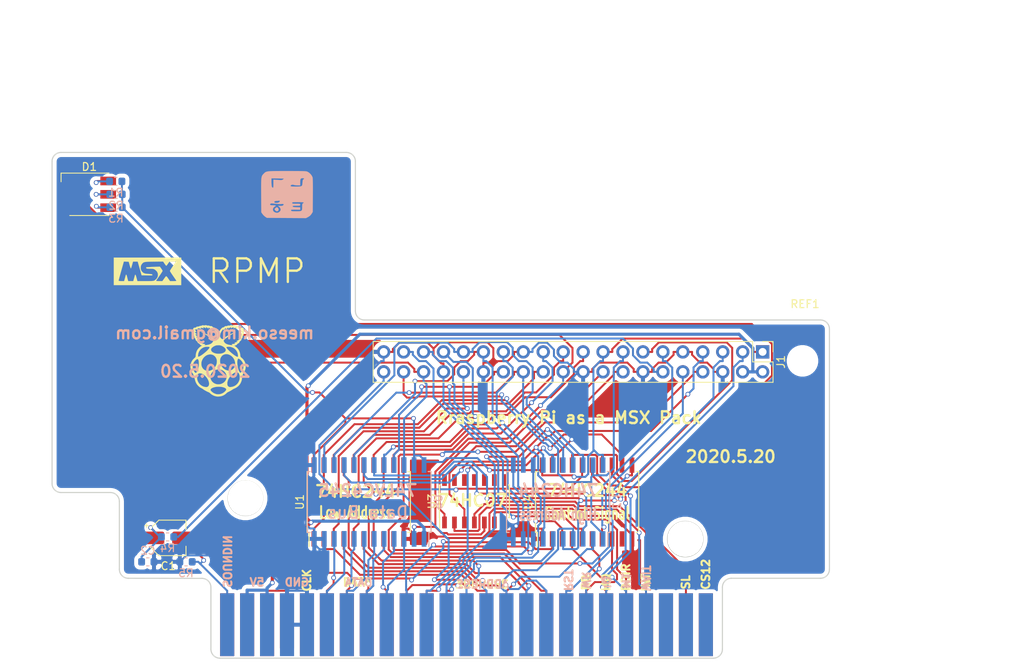
<source format=kicad_pcb>
(kicad_pcb (version 20171130) (host pcbnew 5.1.5-52549c5~86~ubuntu18.04.1)
  (layers (0 F.Cu mixed) (31 B.Cu mixed) (34 B.Paste user) (35 F.Paste user) (36 B.SilkS user) (37 F.SilkS user) (38 B.Mask user) (39 F.Mask user) (44 Edge.Cuts user))
  (net 0 "")
  (net 1 GND)
  (net 2 +5V)
  (net 3 /RD3)
  (net 4 /RD4)
  (net 5 /RD6)
  (net 6 /RD7)
  (net 7 /RD0)
  (net 8 /RD1)
  (net 9 /RD2)
  (net 10 /RD5)
  (net 11 /WAIT)
  (net 12 /INT)
  (net 13 /BUSDIR)
  (net 14 /IORQ)
  (net 15 /MREQ)
  (net 16 /WR)
  (net 17 /RD)
  (net 18 /RESET)
  (net 19 /A9)
  (net 20 /A15)
  (net 21 /A11)
  (net 22 /A10)
  (net 23 /A7)
  (net 24 /A6)
  (net 25 /A12)
  (net 26 /A8)
  (net 27 /A14)
  (net 28 /A13)
  (net 29 /A1)
  (net 30 /A0)
  (net 31 /A3)
  (net 32 /A2)
  (net 33 /A5)
  (net 34 /A4)
  (net 35 /D1)
  (net 36 /D0)
  (net 37 /D3)
  (net 38 /D2)
  (net 39 /D5)
  (net 40 /D4)
  (net 41 /D7)
  (net 42 /D6)
  (net 43 /CLK)
  (net 44 +3V3)
  (net 45 "Net-(P1-Pad5)")
  (net 46 "Net-(P1-Pad16)")
  (net 47 /RA8)
  (net 48 /RA11)
  (net 49 /RA15)
  (net 50 /RA12)
  (net 51 /RA13)
  (net 52 /RA14)
  (net 53 "Net-(P1-Pad1)")
  (net 54 "Net-(P1-Pad2)")
  (net 55 "Net-(P1-Pad3)")
  (net 56 /SLTSL)
  (net 57 "Net-(P1-Pad6)")
  (net 58 "Net-(P1-Pad44)")
  (net 59 "Net-(P1-Pad48)")
  (net 60 "Net-(P1-Pad50)")
  (net 61 /M1)
  (net 62 /RC17)
  (net 63 /RC18)
  (net 64 /RC27)
  (net 65 /RC23)
  (net 66 /RC24)
  (net 67 /RC19)
  (net 68 /RC26)
  (net 69 /SOUNDIN)
  (net 70 "Net-(D1-Pad4)")
  (net 71 "Net-(D1-Pad5)")
  (net 72 "Net-(D1-Pad6)")
  (net 73 /DAT_EN)
  (net 74 /DAT_DIR)
  (net 75 /RC21)
  (net 76 /ADDR)
  (net 77 "Net-(C1-Pad1)")
  (net 78 /RA10)
  (net 79 /RA9)
  (net 80 /RC20)
  (net 81 "Net-(U4-Pad9)")
  (net 82 "Net-(U4-Pad18)")
  (module LEDs:LED_RGB_5050-6 (layer F.Cu) (at 109.461 54.991)
    (fp_text reference D1 (at 0 -3.5 180) (layer F.SilkS))
    (fp_text value LED_RGB)
    (pad 1 smd rect (at -2.4 -1.7 90) (size 1.1 2) (layers F.Cu F.Paste F.Mask) (net 73 /DAT_EN))
    (pad 2 smd rect (at -2.4 0 90) (size 1.1 2) (layers F.Cu F.Paste F.Mask) (net 56 /SLTSL))
    (pad 3 smd rect (at -2.4 1.7 90) (size 1.1 2) (layers F.Cu F.Paste F.Mask) (net 74 /DAT_DIR))
    (pad 4 smd rect (at 2.4 1.7 90) (size 1.1 2) (layers F.Cu F.Paste F.Mask) (net 70 "Net-(D1-Pad4)"))
    (pad 5 smd rect (at 2.4 0 90) (size 1.1 2) (layers F.Cu F.Paste F.Mask) (net 71 "Net-(D1-Pad5)"))
    (pad 6 smd rect (at 2.4 -1.7 90) (size 1.1 2) (layers F.Cu F.Paste F.Mask) (net 72 "Net-(D1-Pad6)"))
  )
  (module Housings_SOIC:SOIC-20W_7.5x12.8mm_Pitch1.27mm (layer F.Cu) (at 143.764 94.1715 90)
    (fp_text reference U1 (at 0 -7.5 90) (layer F.SilkS))
    (fp_text value 74HC244)
    (pad 1 smd rect (at -4.7 -5.715 90) (size 1.95 0.6) (layers F.Cu F.Paste F.Mask) (net 76 /ADDR))
    (pad 2 smd rect (at -4.7 -4.445 90) (size 1.95 0.6) (layers F.Cu F.Paste F.Mask) (net 26 /A8))
    (pad 3 smd rect (at -4.7 -3.175 90) (size 1.95 0.6) (layers F.Cu F.Paste F.Mask) (net 50 /RA12))
    (pad 4 smd rect (at -4.7 -1.905 90) (size 1.95 0.6) (layers F.Cu F.Paste F.Mask) (net 19 /A9))
    (pad 5 smd rect (at -4.7 -0.635 90) (size 1.95 0.6) (layers F.Cu F.Paste F.Mask) (net 51 /RA13))
    (pad 6 smd rect (at -4.7 0.635 90) (size 1.95 0.6) (layers F.Cu F.Paste F.Mask) (net 22 /A10))
    (pad 7 smd rect (at -4.7 1.905 90) (size 1.95 0.6) (layers F.Cu F.Paste F.Mask) (net 52 /RA14))
    (pad 8 smd rect (at -4.7 3.175 90) (size 1.95 0.6) (layers F.Cu F.Paste F.Mask) (net 21 /A11))
    (pad 9 smd rect (at -4.7 4.445 90) (size 1.95 0.6) (layers F.Cu F.Paste F.Mask) (net 49 /RA15))
    (pad 10 smd rect (at -4.7 5.715 90) (size 1.95 0.6) (layers F.Cu F.Paste F.Mask) (net 1 GND))
    (pad 11 smd rect (at 4.7 5.715 90) (size 1.95 0.6) (layers F.Cu F.Paste F.Mask) (net 20 /A15))
    (pad 12 smd rect (at 4.7 4.445 90) (size 1.95 0.6) (layers F.Cu F.Paste F.Mask) (net 48 /RA11))
    (pad 13 smd rect (at 4.7 3.175 90) (size 1.95 0.6) (layers F.Cu F.Paste F.Mask) (net 27 /A14))
    (pad 14 smd rect (at 4.7 1.905 90) (size 1.95 0.6) (layers F.Cu F.Paste F.Mask) (net 78 /RA10))
    (pad 15 smd rect (at 4.7 0.635 90) (size 1.95 0.6) (layers F.Cu F.Paste F.Mask) (net 28 /A13))
    (pad 16 smd rect (at 4.7 -0.635 90) (size 1.95 0.6) (layers F.Cu F.Paste F.Mask) (net 79 /RA9))
    (pad 17 smd rect (at 4.7 -1.905 90) (size 1.95 0.6) (layers F.Cu F.Paste F.Mask) (net 25 /A12))
    (pad 18 smd rect (at 4.7 -3.175 90) (size 1.95 0.6) (layers F.Cu F.Paste F.Mask) (net 47 /RA8))
    (pad 19 smd rect (at 4.7 -4.445 90) (size 1.95 0.6) (layers F.Cu F.Paste F.Mask) (net 76 /ADDR))
    (pad 20 smd rect (at 4.7 -5.715 90) (size 1.95 0.6) (layers F.Cu F.Paste F.Mask) (net 44 +3V3))
  )
  (module Housings_SOIC:SOIC-20W_7.5x12.8mm_Pitch1.27mm (layer B.Cu) (at 169.164 94.1715 90)
    (fp_text reference U2 (at 0 7.5 90) (layer B.SilkS) (effects (justify mirror)))
    (fp_text value 74HC244)
    (pad 1 smd rect (at -4.7 5.715 90) (size 1.95 0.6) (layers B.Cu B.Paste B.Mask) (net 76 /ADDR))
    (pad 2 smd rect (at -4.7 4.445 90) (size 1.95 0.6) (layers B.Cu B.Paste B.Mask) (net 24 /A6))
    (pad 3 smd rect (at -4.7 3.175 90) (size 1.95 0.6) (layers B.Cu B.Paste B.Mask) (net 9 /RD2))
    (pad 4 smd rect (at -4.7 1.905 90) (size 1.95 0.6) (layers B.Cu B.Paste B.Mask) (net 23 /A7))
    (pad 5 smd rect (at -4.7 0.635 90) (size 1.95 0.6) (layers B.Cu B.Paste B.Mask) (net 3 /RD3))
    (pad 6 smd rect (at -4.7 -0.635 90) (size 1.95 0.6) (layers B.Cu B.Paste B.Mask) (net 34 /A4))
    (pad 7 smd rect (at -4.7 -1.905 90) (size 1.95 0.6) (layers B.Cu B.Paste B.Mask) (net 7 /RD0))
    (pad 8 smd rect (at -4.7 -3.175 90) (size 1.95 0.6) (layers B.Cu B.Paste B.Mask) (net 33 /A5))
    (pad 9 smd rect (at -4.7 -4.445 90) (size 1.95 0.6) (layers B.Cu B.Paste B.Mask) (net 8 /RD1))
    (pad 10 smd rect (at -4.7 -5.715 90) (size 1.95 0.6) (layers B.Cu B.Paste B.Mask) (net 1 GND))
    (pad 11 smd rect (at 4.7 -5.715 90) (size 1.95 0.6) (layers B.Cu B.Paste B.Mask) (net 29 /A1))
    (pad 12 smd rect (at 4.7 -4.445 90) (size 1.95 0.6) (layers B.Cu B.Paste B.Mask) (net 10 /RD5))
    (pad 13 smd rect (at 4.7 -3.175 90) (size 1.95 0.6) (layers B.Cu B.Paste B.Mask) (net 30 /A0))
    (pad 14 smd rect (at 4.7 -1.905 90) (size 1.95 0.6) (layers B.Cu B.Paste B.Mask) (net 4 /RD4))
    (pad 15 smd rect (at 4.7 -0.635 90) (size 1.95 0.6) (layers B.Cu B.Paste B.Mask) (net 31 /A3))
    (pad 16 smd rect (at 4.7 0.635 90) (size 1.95 0.6) (layers B.Cu B.Paste B.Mask) (net 6 /RD7))
    (pad 17 smd rect (at 4.7 1.905 90) (size 1.95 0.6) (layers B.Cu B.Paste B.Mask) (net 32 /A2))
    (pad 18 smd rect (at 4.7 3.175 90) (size 1.95 0.6) (layers B.Cu B.Paste B.Mask) (net 5 /RD6))
    (pad 19 smd rect (at 4.7 4.445 90) (size 1.95 0.6) (layers B.Cu B.Paste B.Mask) (net 76 /ADDR))
    (pad 20 smd rect (at 4.7 5.715 90) (size 1.95 0.6) (layers B.Cu B.Paste B.Mask) (net 44 +3V3))
  )
  (module Housings_SOIC:SOIC-14_3.9x8.7mm_Pitch1.27mm (layer F.Cu) (at 158.496 94.0765 90)
    (fp_text reference U3 (at 0 -5.375 90) (layer F.SilkS))
    (fp_text value 74LS07)
    (pad 1 smd rect (at -2.7 -3.81 90) (size 1.5 0.6) (layers F.Cu F.Paste F.Mask) (net 66 /RC24))
    (pad 2 smd rect (at -2.7 -2.54 90) (size 1.5 0.6) (layers F.Cu F.Paste F.Mask) (net 11 /WAIT))
    (pad 3 smd rect (at -2.7 -1.27 90) (size 1.5 0.6) (layers F.Cu F.Paste F.Mask) (net 65 /RC23))
    (pad 4 smd rect (at -2.7 0 90) (size 1.5 0.6) (layers F.Cu F.Paste F.Mask) (net 12 /INT))
    (pad 5 smd rect (at -2.7 1.27 90) (size 1.5 0.6) (layers F.Cu F.Paste F.Mask) (net 74 /DAT_DIR))
    (pad 6 smd rect (at -2.7 2.54 90) (size 1.5 0.6) (layers F.Cu F.Paste F.Mask) (net 13 /BUSDIR))
    (pad 7 smd rect (at -2.7 3.81 90) (size 1.5 0.6) (layers F.Cu F.Paste F.Mask))
    (pad 8 smd rect (at 2.7 3.81 90) (size 1.5 0.6) (layers F.Cu F.Paste F.Mask))
    (pad 9 smd rect (at 2.7 2.54 90) (size 1.5 0.6) (layers F.Cu F.Paste F.Mask))
    (pad 10 smd rect (at 2.7 1.27 90) (size 1.5 0.6) (layers F.Cu F.Paste F.Mask))
    (pad 11 smd rect (at 2.7 0 90) (size 1.5 0.6) (layers F.Cu F.Paste F.Mask))
    (pad 12 smd rect (at 2.7 -1.27 90) (size 1.5 0.6) (layers F.Cu F.Paste F.Mask))
    (pad 13 smd rect (at 2.7 -2.54 90) (size 1.5 0.6) (layers F.Cu F.Paste F.Mask))
    (pad 14 smd rect (at 2.7 -3.81 90) (size 1.5 0.6) (layers F.Cu F.Paste F.Mask))
  )
  (module Housings_SOIC:SOIC-20W_7.5x12.8mm_Pitch1.27mm (layer F.Cu) (at 172.847 94.1715 90)
    (fp_text reference U4 (at 0 -7.5 90) (layer F.SilkS))
    (fp_text value 74HC244)
    (pad 1 smd rect (at -4.7 -5.715 90) (size 1.95 0.6) (layers F.Cu F.Paste F.Mask) (net 1 GND))
    (pad 2 smd rect (at -4.7 -4.445 90) (size 1.95 0.6) (layers F.Cu F.Paste F.Mask) (net 43 /CLK))
    (pad 3 smd rect (at -4.7 -3.175 90) (size 1.95 0.6) (layers F.Cu F.Paste F.Mask) (net 67 /RC19))
    (pad 4 smd rect (at -4.7 -1.905 90) (size 1.95 0.6) (layers F.Cu F.Paste F.Mask) (net 61 /M1))
    (pad 5 smd rect (at -4.7 -0.635 90) (size 1.95 0.6) (layers F.Cu F.Paste F.Mask) (net 68 /RC26))
    (pad 6 smd rect (at -4.7 0.635 90) (size 1.95 0.6) (layers F.Cu F.Paste F.Mask) (net 16 /WR))
    (pad 7 smd rect (at -4.7 1.905 90) (size 1.95 0.6) (layers F.Cu F.Paste F.Mask) (net 62 /RC17))
    (pad 8 smd rect (at -4.7 3.175 90) (size 1.95 0.6) (layers F.Cu F.Paste F.Mask) (net 17 /RD))
    (pad 9 smd rect (at -4.7 4.445 90) (size 1.95 0.6) (layers F.Cu F.Paste F.Mask) (net 81 "Net-(U4-Pad9)"))
    (pad 10 smd rect (at -4.7 5.715 90) (size 1.95 0.6) (layers F.Cu F.Paste F.Mask) (net 1 GND))
    (pad 11 smd rect (at 4.7 5.715 90) (size 1.95 0.6) (layers F.Cu F.Paste F.Mask) (net 18 /RESET))
    (pad 12 smd rect (at 4.7 4.445 90) (size 1.95 0.6) (layers F.Cu F.Paste F.Mask) (net 80 /RC20))
    (pad 13 smd rect (at 4.7 3.175 90) (size 1.95 0.6) (layers F.Cu F.Paste F.Mask) (net 56 /SLTSL))
    (pad 14 smd rect (at 4.7 1.905 90) (size 1.95 0.6) (layers F.Cu F.Paste F.Mask) (net 64 /RC27))
    (pad 15 smd rect (at 4.7 0.635 90) (size 1.95 0.6) (layers F.Cu F.Paste F.Mask) (net 15 /MREQ))
    (pad 16 smd rect (at 4.7 -0.635 90) (size 1.95 0.6) (layers F.Cu F.Paste F.Mask) (net 75 /RC21))
    (pad 17 smd rect (at 4.7 -1.905 90) (size 1.95 0.6) (layers F.Cu F.Paste F.Mask) (net 14 /IORQ))
    (pad 18 smd rect (at 4.7 -3.175 90) (size 1.95 0.6) (layers F.Cu F.Paste F.Mask) (net 82 "Net-(U4-Pad18)"))
    (pad 19 smd rect (at 4.7 -4.445 90) (size 1.95 0.6) (layers F.Cu F.Paste F.Mask) (net 1 GND))
    (pad 20 smd rect (at 4.7 -5.715 90) (size 1.95 0.6) (layers F.Cu F.Paste F.Mask) (net 44 +3V3))
  )
  (module Housings_SOIC:SOIC-24W_7.5x15.4mm_Pitch1.27mm (layer B.Cu) (at 145.098 94.1695 90)
    (fp_text reference U5 (at 0 8.8 90) (layer B.SilkS) (effects (justify mirror)))
    (fp_text value LVC4245)
    (pad 1 smd rect (at -4.7 6.985 90) (size 2 0.6) (layers B.Cu B.Paste B.Mask) (net 2 +5V))
    (pad 2 smd rect (at -4.7 5.715 90) (size 2 0.6) (layers B.Cu B.Paste B.Mask) (net 74 /DAT_DIR))
    (pad 3 smd rect (at -4.7 4.445 90) (size 2 0.6) (layers B.Cu B.Paste B.Mask) (net 35 /D1))
    (pad 4 smd rect (at -4.7 3.175 90) (size 2 0.6) (layers B.Cu B.Paste B.Mask) (net 36 /D0))
    (pad 5 smd rect (at -4.7 1.905 90) (size 2 0.6) (layers B.Cu B.Paste B.Mask) (net 37 /D3))
    (pad 6 smd rect (at -4.7 0.635 90) (size 2 0.6) (layers B.Cu B.Paste B.Mask) (net 38 /D2))
    (pad 7 smd rect (at -4.7 -0.635 90) (size 2 0.6) (layers B.Cu B.Paste B.Mask) (net 39 /D5))
    (pad 8 smd rect (at -4.7 -1.905 90) (size 2 0.6) (layers B.Cu B.Paste B.Mask) (net 40 /D4))
    (pad 9 smd rect (at -4.7 -3.175 90) (size 2 0.6) (layers B.Cu B.Paste B.Mask) (net 41 /D7))
    (pad 10 smd rect (at -4.7 -4.445 90) (size 2 0.6) (layers B.Cu B.Paste B.Mask) (net 42 /D6))
    (pad 11 smd rect (at -4.7 -5.715 90) (size 2 0.6) (layers B.Cu B.Paste B.Mask) (net 1 GND))
    (pad 12 smd rect (at -4.7 -6.985 90) (size 2 0.6) (layers B.Cu B.Paste B.Mask) (net 1 GND))
    (pad 13 smd rect (at 4.7 -6.985 90) (size 2 0.6) (layers B.Cu B.Paste B.Mask) (net 1 GND))
    (pad 14 smd rect (at 4.7 -5.715 90) (size 2 0.6) (layers B.Cu B.Paste B.Mask) (net 5 /RD6))
    (pad 15 smd rect (at 4.7 -4.445 90) (size 2 0.6) (layers B.Cu B.Paste B.Mask) (net 6 /RD7))
    (pad 16 smd rect (at 4.7 -3.175 90) (size 2 0.6) (layers B.Cu B.Paste B.Mask) (net 4 /RD4))
    (pad 17 smd rect (at 4.7 -1.905 90) (size 2 0.6) (layers B.Cu B.Paste B.Mask) (net 10 /RD5))
    (pad 18 smd rect (at 4.7 -0.635 90) (size 2 0.6) (layers B.Cu B.Paste B.Mask) (net 9 /RD2))
    (pad 19 smd rect (at 4.7 0.635 90) (size 2 0.6) (layers B.Cu B.Paste B.Mask) (net 3 /RD3))
    (pad 20 smd rect (at 4.7 1.905 90) (size 2 0.6) (layers B.Cu B.Paste B.Mask) (net 7 /RD0))
    (pad 21 smd rect (at 4.7 3.175 90) (size 2 0.6) (layers B.Cu B.Paste B.Mask) (net 8 /RD1))
    (pad 22 smd rect (at 4.7 4.445 90) (size 2 0.6) (layers B.Cu B.Paste B.Mask) (net 73 /DAT_EN))
    (pad 23 smd rect (at 4.7 5.715 90) (size 2 0.6) (layers B.Cu B.Paste B.Mask) (net 44 +3V3))
    (pad 24 smd rect (at 4.7 6.985 90) (size 2 0.6) (layers B.Cu B.Paste B.Mask) (net 44 +3V3))
  )
  (module MSX:card_edge_connector (layer F.Cu) (at 156.233 106.652)
    (fp_text reference P1 hide)
    (fp_text value CONN_02X25)
    (pad "" np_thru_hole circle (at 29.12364 -7.78256) (size 4.5 4.5) (drill 4.5) (layers *.Cu *.Mask F.SilkS) (clearance 0.5))
    (pad 1 connect rect (at 31.73984 3.14744) (size 1.8 8) (layers B.Cu B.Mask) (net 53 "Net-(P1-Pad1)"))
    (pad 2 connect rect (at 31.73984 3.14744) (size 1.8 8) (layers F.Cu F.Mask) (net 54 "Net-(P1-Pad2)"))
    (pad 3 connect rect (at 29.19984 3.14744) (size 1.8 8) (layers B.Cu B.Mask) (net 55 "Net-(P1-Pad3)"))
    (pad 4 connect rect (at 29.19984 3.14744) (size 1.8 8) (layers F.Cu F.Mask) (net 56 /SLTSL))
    (pad 5 connect rect (at 26.65984 3.14744) (size 1.8 8) (layers B.Cu B.Mask) (net 45 "Net-(P1-Pad5)"))
    (pad 6 connect rect (at 26.65984 3.14744) (size 1.8 8) (layers F.Cu F.Mask) (net 57 "Net-(P1-Pad6)"))
    (pad 7 connect rect (at 24.11984 3.14744) (size 1.8 8) (layers B.Cu B.Mask) (net 11 /WAIT))
    (pad 8 connect rect (at 24.11984 3.14744) (size 1.8 8) (layers F.Cu F.Mask) (net 12 /INT))
    (pad 9 connect rect (at 21.57984 3.14744) (size 1.8 8) (layers B.Cu B.Mask) (net 61 /M1))
    (pad 10 connect rect (at 21.57984 3.14744) (size 1.8 8) (layers F.Cu F.Mask) (net 13 /BUSDIR))
    (pad 11 connect rect (at 19.03984 3.14744) (size 1.8 8) (layers B.Cu B.Mask) (net 14 /IORQ))
    (pad 12 connect rect (at 19.03984 3.14744) (size 1.8 8) (layers F.Cu F.Mask) (net 15 /MREQ))
    (pad 13 connect rect (at 16.49984 3.14744) (size 1.8 8) (layers B.Cu B.Mask) (net 16 /WR))
    (pad 14 connect rect (at 16.49984 3.14744) (size 1.8 8) (layers F.Cu F.Mask) (net 17 /RD))
    (pad 15 connect rect (at 13.95984 3.14744) (size 1.8 8) (layers B.Cu B.Mask) (net 18 /RESET))
    (pad 16 connect rect (at 13.95984 3.14744) (size 1.8 8) (layers F.Cu F.Mask) (net 46 "Net-(P1-Pad16)"))
    (pad 17 connect rect (at 11.41984 3.14744) (size 1.8 8) (layers B.Cu B.Mask) (net 19 /A9))
    (pad 18 connect rect (at 11.41984 3.14744) (size 1.8 8) (layers F.Cu F.Mask) (net 20 /A15))
    (pad 19 connect rect (at 8.87984 3.14744) (size 1.8 8) (layers B.Cu B.Mask) (net 21 /A11))
    (pad 20 connect rect (at 8.87984 3.14744) (size 1.8 8) (layers F.Cu F.Mask) (net 22 /A10))
    (pad 21 connect rect (at 6.33984 3.14744) (size 1.8 8) (layers B.Cu B.Mask) (net 23 /A7))
    (pad 22 connect rect (at 6.33984 3.14744) (size 1.8 8) (layers F.Cu F.Mask) (net 24 /A6))
    (pad 23 connect rect (at 3.79984 3.14744) (size 1.8 8) (layers B.Cu B.Mask) (net 25 /A12))
    (pad 24 connect rect (at 3.79984 3.14744) (size 1.8 8) (layers F.Cu F.Mask) (net 26 /A8))
    (pad 25 connect rect (at 1.25984 3.14744) (size 1.8 8) (layers B.Cu B.Mask) (net 27 /A14))
    (pad 26 connect rect (at 1.25984 3.14744) (size 1.8 8) (layers F.Cu F.Mask) (net 28 /A13))
    (pad 27 connect rect (at -1.28016 3.14744) (size 1.8 8) (layers B.Cu B.Mask) (net 29 /A1))
    (pad 28 connect rect (at -1.28016 3.14744) (size 1.8 8) (layers F.Cu F.Mask) (net 30 /A0))
    (pad 29 connect rect (at -3.82016 3.14744) (size 1.8 8) (layers B.Cu B.Mask) (net 31 /A3))
    (pad 30 connect rect (at -3.82016 3.14744) (size 1.8 8) (layers F.Cu F.Mask) (net 32 /A2))
    (pad 31 connect rect (at -6.36016 3.14744) (size 1.8 8) (layers B.Cu B.Mask) (net 33 /A5))
    (pad 32 connect rect (at -6.36016 3.14744) (size 1.8 8) (layers F.Cu F.Mask) (net 34 /A4))
    (pad 33 connect rect (at -8.90016 3.14744) (size 1.8 8) (layers B.Cu B.Mask) (net 35 /D1))
    (pad 34 connect rect (at -8.90016 3.14744) (size 1.8 8) (layers F.Cu F.Mask) (net 36 /D0))
    (pad 35 connect rect (at -11.44016 3.14744) (size 1.8 8) (layers B.Cu B.Mask) (net 37 /D3))
    (pad 36 connect rect (at -11.44016 3.14744) (size 1.8 8) (layers F.Cu F.Mask) (net 38 /D2))
    (pad 37 connect rect (at -13.98016 3.14744) (size 1.8 8) (layers B.Cu B.Mask) (net 39 /D5))
    (pad 38 connect rect (at -13.98016 3.14744) (size 1.8 8) (layers F.Cu F.Mask) (net 40 /D4))
    (pad 39 connect rect (at -16.52016 3.14744) (size 1.8 8) (layers B.Cu B.Mask) (net 41 /D7))
    (pad 40 connect rect (at -16.52016 3.14744) (size 1.8 8) (layers F.Cu F.Mask) (net 42 /D6))
    (pad 41 connect rect (at -19.06016 3.14744) (size 1.8 8) (layers B.Cu B.Mask) (net 1 GND))
    (pad 42 connect rect (at -19.06016 3.14744) (size 1.8 8) (layers F.Cu F.Mask) (net 43 /CLK))
    (pad 43 connect rect (at -21.60016 3.14744) (size 1.8 8) (layers B.Cu B.Mask) (net 1 GND))
    (pad 44 connect rect (at -21.60524 2.65468) (size 1.8 7) (layers F.Cu F.Mask) (net 58 "Net-(P1-Pad44)"))
    (pad 45 connect rect (at -24.14016 3.14744) (size 1.8 8) (layers B.Cu B.Mask) (net 2 +5V))
    (pad 46 connect rect (at -24.14016 3.14744) (size 1.8 8) (layers F.Cu F.Mask) (net 58 "Net-(P1-Pad44)"))
    (pad 47 connect rect (at -26.68016 3.14744) (size 1.8 8) (layers B.Cu B.Mask) (net 2 +5V))
    (pad 48 connect rect (at -26.68016 3.14744) (size 1.8 8) (layers F.Cu F.Mask) (net 59 "Net-(P1-Pad48)"))
    (pad 49 connect rect (at -29.22016 3.14744) (size 1.8 8) (layers B.Cu B.Mask) (net 69 /SOUNDIN))
    (pad 50 connect rect (at -29.22016 3.14744) (size 1.8 8) (layers F.Cu F.Mask) (net 60 "Net-(P1-Pad50)"))
    (pad "" np_thru_hole circle (at -26.87574 -12.98448) (size 4.5 4.5) (drill 4.5) (layers *.Cu *.Mask F.SilkS) (clearance 0.5))
  )
  (module Mounting_Holes:MountingHole_3mm (layer F.Cu) (at 200.279 76.2)
    (fp_text reference REF1 (at 0.3175 -7.239) (layer F.SilkS))
    (fp_text value MountingHole_3mm)
    (pad 1 np_thru_hole circle (at 0 0) (size 3 3) (drill 3) (layers *.Cu *.Mask))
  )
  (module MSX:msxlogo (layer F.Cu) (at 116.84 64.77)
    (fp_text reference G1 hide)
    (fp_text value LOGO hide)
  )
  (module MSX:raspberry_pi_logo (layer F.Cu) (at 125.857 76.2)
    (fp_text reference G2 hide)
    (fp_text value LOGO hide)
  )
  (module MSX:srxg10 (layer B.Cu) (at 134.6835 55.372 180)
    (fp_text reference G*** hide)
    (fp_text value LOGO hide)
  )
  (module Capacitor_SMD:CP_Elec_4x4.5 (layer F.Cu) (at 119.507 98.7425)
    (fp_text reference C1 (at 0 3.58 180) (layer F.SilkS))
    (fp_text value "CP(10u)")
    (pad 1 smd roundrect (at -1.8 0) (size 2.6 1.6) (layers F.Cu F.Paste F.Mask) (roundrect_rratio 0.15625) (net 77 "Net-(C1-Pad1)"))
    (pad 2 smd roundrect (at 1.8 0) (size 2.6 1.6) (layers F.Cu F.Paste F.Mask) (roundrect_rratio 0.15625) (net 69 /SOUNDIN))
  )
  (module Capacitor_SMD:C_0603_1608Metric (layer B.Cu) (at 116.904 101.79 180)
    (fp_text reference C2 (at 0 1.43) (layer B.SilkS) (effects (justify mirror)))
    (fp_text value "C(33n)")
    (pad 1 smd roundrect (at -0.7875 0 180) (size 0.875 0.95) (layers B.Cu B.Paste B.Mask) (net 1 GND))
    (pad 2 smd roundrect (at 0.7875 0 180) (size 0.875 0.95) (layers B.Cu B.Paste B.Mask) (net 77 "Net-(C1-Pad1)"))
  )
  (module Resistor_SMD:R_0603_1608Metric (layer B.Cu) (at 112.819 53.34)
    (fp_text reference R1 (at 0 1.43) (layer B.SilkS) (effects (justify mirror)))
    (fp_text value R)
    (pad 1 smd roundrect (at -0.7875 0) (size 0.875 0.95) (layers B.Cu B.Paste B.Mask) (net 72 "Net-(D1-Pad6)"))
    (pad 2 smd roundrect (at 0.7875 0) (size 0.875 0.95) (layers B.Cu B.Paste B.Mask) (net 44 +3V3))
  )
  (module Resistor_SMD:R_0603_1608Metric (layer B.Cu) (at 112.86 54.991)
    (fp_text reference R2 (at 0 1.43) (layer B.SilkS) (effects (justify mirror)))
    (fp_text value R)
    (pad 2 smd roundrect (at 0.7875 0) (size 0.875 0.95) (layers B.Cu B.Paste B.Mask) (net 44 +3V3))
    (pad 1 smd roundrect (at -0.7875 0) (size 0.875 0.95) (layers B.Cu B.Paste B.Mask) (net 71 "Net-(D1-Pad5)"))
  )
  (module Resistor_SMD:R_0603_1608Metric (layer B.Cu) (at 112.86 56.642)
    (fp_text reference R3 (at 0 1.43) (layer B.SilkS) (effects (justify mirror)))
    (fp_text value R)
    (pad 1 smd roundrect (at -0.7875 0) (size 0.875 0.95) (layers B.Cu B.Paste B.Mask) (net 70 "Net-(D1-Pad4)"))
    (pad 2 smd roundrect (at 0.7875 0) (size 0.875 0.95) (layers B.Cu B.Paste B.Mask) (net 44 +3V3))
  )
  (module Resistor_SMD:R_0603_1608Metric (layer B.Cu) (at 119.423 98.6155)
    (fp_text reference R4 (at 0 1.43) (layer B.SilkS) (effects (justify mirror)))
    (fp_text value "R(270)")
    (pad 2 smd roundrect (at 0.7875 0) (size 0.875 0.95) (layers B.Cu B.Paste B.Mask) (net 63 /RC18))
    (pad 1 smd roundrect (at -0.7875 0) (size 0.875 0.95) (layers B.Cu B.Paste B.Mask) (net 77 "Net-(C1-Pad1)"))
  )
  (module Resistor_SMD:R_0603_1608Metric (layer B.Cu) (at 121.772 101.79)
    (fp_text reference R5 (at 0 1.43) (layer B.SilkS) (effects (justify mirror)))
    (fp_text value "R(150)")
    (pad 1 smd roundrect (at -0.7875 0) (size 0.875 0.95) (layers B.Cu B.Paste B.Mask) (net 1 GND))
    (pad 2 smd roundrect (at 0.7875 0) (size 0.875 0.95) (layers B.Cu B.Paste B.Mask) (net 69 /SOUNDIN))
  )
  (module Connector_PinHeader_2.54mm:PinHeader_2x20_P2.54mm_Vertical (layer F.Cu) (at 195.199 75.057 270)
    (fp_text reference J1 (at 1.27 -2.33 270) (layer F.SilkS))
    (fp_text value RPi_GPIO)
    (pad 1 thru_hole rect (at 0 0 270) (size 1.7 1.7) (drill 1) (layers *.Cu *.Mask) (net 44 +3V3))
    (pad 2 thru_hole oval (at 2.54 0 270) (size 1.7 1.7) (drill 1) (layers *.Cu *.Mask) (net 2 +5V))
    (pad 3 thru_hole oval (at 0 2.54 270) (size 1.7 1.7) (drill 1) (layers *.Cu *.Mask) (net 9 /RD2))
    (pad 4 thru_hole oval (at 2.54 2.54 270) (size 1.7 1.7) (drill 1) (layers *.Cu *.Mask) (net 2 +5V))
    (pad 5 thru_hole oval (at 0 5.08 270) (size 1.7 1.7) (drill 1) (layers *.Cu *.Mask) (net 3 /RD3))
    (pad 6 thru_hole oval (at 2.54 5.08 270) (size 1.7 1.7) (drill 1) (layers *.Cu *.Mask) (net 1 GND))
    (pad 7 thru_hole oval (at 0 7.62 270) (size 1.7 1.7) (drill 1) (layers *.Cu *.Mask) (net 4 /RD4))
    (pad 8 thru_hole oval (at 2.54 7.62 270) (size 1.7 1.7) (drill 1) (layers *.Cu *.Mask) (net 52 /RA14))
    (pad 9 thru_hole oval (at 0 10.16 270) (size 1.7 1.7) (drill 1) (layers *.Cu *.Mask) (net 1 GND))
    (pad 10 thru_hole oval (at 2.54 10.16 270) (size 1.7 1.7) (drill 1) (layers *.Cu *.Mask) (net 49 /RA15))
    (pad 11 thru_hole oval (at 0 12.7 270) (size 1.7 1.7) (drill 1) (layers *.Cu *.Mask) (net 62 /RC17))
    (pad 12 thru_hole oval (at 2.54 12.7 270) (size 1.7 1.7) (drill 1) (layers *.Cu *.Mask) (net 63 /RC18))
    (pad 13 thru_hole oval (at 0 15.24 270) (size 1.7 1.7) (drill 1) (layers *.Cu *.Mask) (net 64 /RC27))
    (pad 14 thru_hole oval (at 2.54 15.24 270) (size 1.7 1.7) (drill 1) (layers *.Cu *.Mask) (net 1 GND))
    (pad 15 thru_hole oval (at 0 17.78 270) (size 1.7 1.7) (drill 1) (layers *.Cu *.Mask) (net 76 /ADDR))
    (pad 16 thru_hole oval (at 2.54 17.78 270) (size 1.7 1.7) (drill 1) (layers *.Cu *.Mask) (net 65 /RC23))
    (pad 17 thru_hole oval (at 0 20.32 270) (size 1.7 1.7) (drill 1) (layers *.Cu *.Mask) (net 44 +3V3))
    (pad 18 thru_hole oval (at 2.54 20.32 270) (size 1.7 1.7) (drill 1) (layers *.Cu *.Mask) (net 66 /RC24))
    (pad 19 thru_hole oval (at 0 22.86 270) (size 1.7 1.7) (drill 1) (layers *.Cu *.Mask) (net 78 /RA10))
    (pad 20 thru_hole oval (at 2.54 22.86 270) (size 1.7 1.7) (drill 1) (layers *.Cu *.Mask) (net 1 GND))
    (pad 21 thru_hole oval (at 0 25.4 270) (size 1.7 1.7) (drill 1) (layers *.Cu *.Mask) (net 79 /RA9))
    (pad 22 thru_hole oval (at 2.54 25.4 270) (size 1.7 1.7) (drill 1) (layers *.Cu *.Mask) (net 74 /DAT_DIR))
    (pad 23 thru_hole oval (at 0 27.94 270) (size 1.7 1.7) (drill 1) (layers *.Cu *.Mask) (net 48 /RA11))
    (pad 24 thru_hole oval (at 2.54 27.94 270) (size 1.7 1.7) (drill 1) (layers *.Cu *.Mask) (net 47 /RA8))
    (pad 25 thru_hole oval (at 0 30.48 270) (size 1.7 1.7) (drill 1) (layers *.Cu *.Mask) (net 1 GND))
    (pad 26 thru_hole oval (at 2.54 30.48 270) (size 1.7 1.7) (drill 1) (layers *.Cu *.Mask) (net 6 /RD7))
    (pad 27 thru_hole oval (at 0 33.02 270) (size 1.7 1.7) (drill 1) (layers *.Cu *.Mask) (net 7 /RD0))
    (pad 28 thru_hole oval (at 2.54 33.02 270) (size 1.7 1.7) (drill 1) (layers *.Cu *.Mask) (net 8 /RD1))
    (pad 29 thru_hole oval (at 0 35.56 270) (size 1.7 1.7) (drill 1) (layers *.Cu *.Mask) (net 10 /RD5))
    (pad 30 thru_hole oval (at 2.54 35.56 270) (size 1.7 1.7) (drill 1) (layers *.Cu *.Mask) (net 1 GND))
    (pad 31 thru_hole oval (at 0 38.1 270) (size 1.7 1.7) (drill 1) (layers *.Cu *.Mask) (net 5 /RD6))
    (pad 32 thru_hole oval (at 2.54 38.1 270) (size 1.7 1.7) (drill 1) (layers *.Cu *.Mask) (net 50 /RA12))
    (pad 33 thru_hole oval (at 0 40.64 270) (size 1.7 1.7) (drill 1) (layers *.Cu *.Mask) (net 51 /RA13))
    (pad 34 thru_hole oval (at 2.54 40.64 270) (size 1.7 1.7) (drill 1) (layers *.Cu *.Mask) (net 1 GND))
    (pad 35 thru_hole oval (at 0 43.18 270) (size 1.7 1.7) (drill 1) (layers *.Cu *.Mask) (net 67 /RC19))
    (pad 36 thru_hole oval (at 2.54 43.18 270) (size 1.7 1.7) (drill 1) (layers *.Cu *.Mask) (net 73 /DAT_EN))
    (pad 37 thru_hole oval (at 0 45.72 270) (size 1.7 1.7) (drill 1) (layers *.Cu *.Mask) (net 68 /RC26))
    (pad 38 thru_hole oval (at 2.54 45.72 270) (size 1.7 1.7) (drill 1) (layers *.Cu *.Mask) (net 80 /RC20))
    (pad 39 thru_hole oval (at 0 48.26 270) (size 1.7 1.7) (drill 1) (layers *.Cu *.Mask) (net 1 GND))
    (pad 40 thru_hole oval (at 2.54 48.26 270) (size 1.7 1.7) (drill 1) (layers *.Cu *.Mask) (net 75 /RC21))
  )
  (gr_text RPMP (at 130.81 64.77) (layer F.SilkS) (effects (font (size 3 3) (thickness 0.3))))
  (gr_arc (start 142.2 50.8) (end 142.2 49.657) (angle 90) (layer Edge.Cuts) (width 0.15))
  (gr_arc (start 144.486 69.85) (end 144.486 70.993) (angle 90) (layer Edge.Cuts) (width 0.15))
  (gr_arc (start 202.565 72.136) (end 202.565 70.993) (angle 90) (layer Edge.Cuts) (width 0.15))
  (gr_line (start 143.343 69.85) (end 143.343 50.8) (angle 90) (layer Edge.Cuts) (width 0.15))
  (gr_line (start 202.565 70.993) (end 144.486 70.993) (angle 90) (layer Edge.Cuts) (width 0.15))
  (gr_arc (start 112.141 94.107) (end 112.141 92.964) (angle 90) (layer Edge.Cuts) (width 0.15))
  (gr_arc (start 105.8545 91.821) (end 105.8545 92.964) (angle 90) (layer Edge.Cuts) (width 0.15))
  (gr_line (start 105.8545 92.964) (end 112.141 92.964) (layer Edge.Cuts) (width 0.15))
  (gr_line (start 104.7115 50.8) (end 104.7115 91.821) (angle 90) (layer Edge.Cuts) (width 0.15))
  (gr_text 2020.5.20 (at 191.135 88.392) (layer F.SilkS) (effects (font (size 1.5 1.5) (thickness 0.3))))
  (gr_text 74HC07 (at 158.242 93.98) (layer F.SilkS) (effects (font (size 1.5 1.5) (thickness 0.3))))
  (gr_text "Control Signal" (at 172.847 95.631) (layer F.SilkS) (effects (font (size 1.5 1) (thickness 0.25))))
  (gr_text "Low Address" (at 143.383 95.504) (layer F.SilkS) (effects (font (size 1.5 1) (thickness 0.25))))
  (gr_text "Data Bus" (at 144.907 95.504) (layer B.SilkS) (effects (font (size 1.5 1.5) (thickness 0.25)) (justify mirror)))
  (gr_text "High Address" (at 169.164 95.758) (layer B.SilkS) (effects (font (size 1.5 1) (thickness 0.25)) (justify mirror)))
  (gr_text 74HC244 (at 172.847 92.71) (layer F.SilkS) (effects (font (size 1.5 1.5) (thickness 0.3))))
  (gr_text SOUNDIN (at 127 101.727 270) (layer B.SilkS) (effects (font (size 1 1) (thickness 0.25)) (justify mirror)))
  (gr_text 74HC244 (at 143.383 92.837) (layer F.SilkS) (effects (font (size 1.5 1.5) (thickness 0.3))))
  (gr_text 74LVC4245 (at 144.907 92.71) (layer B.SilkS) (effects (font (size 1.5 1.5) (thickness 0.3)) (justify mirror)))
  (gr_text 74HC244 (at 169.164 92.71) (layer B.SilkS) (effects (font (size 1.5 1.5) (thickness 0.3)) (justify mirror)))
  (gr_text ADDRESS (at 159.512 104.648) (layer B.SilkS) (effects (font (size 1 1) (thickness 0.25)) (justify mirror)))
  (gr_text DATA (at 143.764 104.394) (layer B.SilkS) (effects (font (size 1 1) (thickness 0.25)) (justify mirror)))
  (gr_line (start 124.9426 112.9157) (end 124.9426 105.0417) (layer Edge.Cuts) (width 0.15))
  (gr_line (start 114.427 103.886) (end 123.7996 103.8987) (layer Edge.Cuts) (width 0.15))
  (gr_arc (start 114.427 102.743) (end 114.427 103.886) (angle 90) (layer Edge.Cuts) (width 0.15))
  (gr_arc (start 123.7996 105.0417) (end 123.7996 103.8987) (angle 90) (layer Edge.Cuts) (width 0.15))
  (gr_line (start 191.2239 103.886) (end 202.565 103.886) (layer Edge.Cuts) (width 0.15))
  (gr_arc (start 202.565 102.743) (end 202.565 103.886) (angle -90) (layer Edge.Cuts) (width 0.15))
  (gr_line (start 190.0809 112.9157) (end 190.0809 105.029) (layer Edge.Cuts) (width 0.15))
  (gr_arc (start 191.2239 105.029) (end 191.2239 103.886) (angle -90) (layer Edge.Cuts) (width 0.15))
  (gr_text 2020.5.20 (at 124.206 77.5335) (layer B.SilkS) (effects (font (size 1.5 1.5) (thickness 0.3)) (justify mirror)))
  (gr_text CLK (at 137.16 104.14 90) (layer F.SilkS) (effects (font (size 1 1) (thickness 0.25))))
  (gr_text CS12 (at 187.96 103.378 90) (layer F.SilkS) (effects (font (size 1 1) (thickness 0.25))))
  (gr_text 5V (at 130.81 104.394) (layer B.SilkS) (effects (font (size 1 1) (thickness 0.25)) (justify mirror)))
  (gr_text GND (at 135.89 104.394) (layer B.SilkS) (effects (font (size 1 1) (thickness 0.25)) (justify mirror)))
  (gr_text DATA (at 143.51 104.394) (layer F.SilkS) (effects (font (size 1 1) (thickness 0.25))))
  (gr_text ADDRESS (at 159.512 104.648) (layer F.SilkS) (effects (font (size 1 1) (thickness 0.25))))
  (gr_text WR (at 172.72 104.14 270) (layer B.SilkS) (effects (font (size 1 1) (thickness 0.25)) (justify mirror)))
  (gr_text IQ (at 175.26 104.394 270) (layer B.SilkS) (effects (font (size 1 1) (thickness 0.25)) (justify mirror)))
  (gr_text M1 (at 177.8 104.14 270) (layer B.SilkS) (effects (font (size 1 1) (thickness 0.25)) (justify mirror)))
  (gr_text WAIT (at 180.34 103.886 270) (layer B.SilkS) (effects (font (size 1 1) (thickness 0.25)) (justify mirror)))
  (gr_text INT (at 180.34 104.394 90) (layer F.SilkS) (effects (font (size 1 1) (thickness 0.25))))
  (gr_text RST (at 170.434 104.14 270) (layer B.SilkS) (effects (font (size 1 1) (thickness 0.25)) (justify mirror)))
  (gr_text MQ (at 175.26 104.394 90) (layer F.SilkS) (effects (font (size 1 1) (thickness 0.25))))
  (gr_text RD (at 172.72 104.394 90) (layer F.SilkS) (effects (font (size 1 1) (thickness 0.25))))
  (gr_text SL (at 185.42 104.394 90) (layer F.SilkS) (effects (font (size 1 1) (thickness 0.25))))
  (gr_text BDIR (at 177.8 103.759 90) (layer F.SilkS) (effects (font (size 1 1) (thickness 0.25))))
  (gr_text meeso.kim@gmail.com (at 125.4125 72.644) (layer B.SilkS) (effects (font (size 1.5 1.5) (thickness 0.3)) (justify mirror)))
  (gr_text "Rraspberry Pi as a MSX Pack" (at 170.4975 83.439) (layer F.SilkS) (effects (font (size 1.5 1.5) (thickness 0.3))))
  (gr_circle (center 129.3368 93.6879) (end 130.9878 95.1611) (layer Edge.Cuts) (width 0.15))
  (gr_circle (center 185.3438 98.8949) (end 187.1472 100.2538) (layer Edge.Cuts) (width 0.15))
  (gr_arc (start 105.8545 50.8) (end 104.7115 50.8) (angle 90) (layer Edge.Cuts) (width 0.15))
  (gr_arc (start 188.9379 112.9157) (end 188.9379 114.0587) (angle -90) (layer Edge.Cuts) (width 0.15))
  (gr_arc (start 126.0856 112.9157) (end 126.0856 114.0587) (angle 90) (layer Edge.Cuts) (width 0.15))
  (gr_line (start 203.708 102.743) (end 203.708 72.136) (angle 90) (layer Edge.Cuts) (width 0.15))
  (gr_line (start 126.0856 114.0587) (end 188.9379 114.0587) (angle 90) (layer Edge.Cuts) (width 0.15))
  (gr_line (start 113.284 94.107) (end 113.284 102.743) (angle 90) (layer Edge.Cuts) (width 0.15))
  (gr_line (start 142.2 49.657) (end 105.8545 49.657) (angle 90) (layer Edge.Cuts) (width 0.15))
  (segment (start 168.402 89.4715) (end 168.402 88.1712) (width 0.25) (layer F.Cu) (net 1))
  (segment (start 170.8886 86.2006) (end 168.918 88.1712) (width 0.25) (layer F.Cu) (net 1))
  (segment (start 168.918 88.1712) (end 168.402 88.1712) (width 0.25) (layer F.Cu) (net 1))
  (segment (start 171.7514 77.597) (end 170.8886 78.4598) (width 0.25) (layer B.Cu) (net 1))
  (segment (start 170.8886 78.4598) (end 170.8886 86.2006) (width 0.25) (layer B.Cu) (net 1))
  (segment (start 171.7514 77.597) (end 171.1637 77.597) (width 0.25) (layer B.Cu) (net 1))
  (segment (start 172.339 77.597) (end 171.7514 77.597) (width 0.25) (layer B.Cu) (net 1))
  (segment (start 163.802 97.2182) (end 164.082 96.9382) (width 0.25) (layer B.Cu) (net 1))
  (segment (start 164.082 96.9382) (end 164.082 94.5334) (width 0.25) (layer B.Cu) (net 1))
  (segment (start 164.082 94.5334) (end 162.1317 92.5831) (width 0.25) (layer B.Cu) (net 1))
  (segment (start 162.1317 92.5831) (end 162.1317 88.9304) (width 0.25) (layer B.Cu) (net 1))
  (segment (start 162.1317 88.9304) (end 158.6563 85.455) (width 0.25) (layer B.Cu) (net 1))
  (segment (start 158.6563 85.455) (end 158.6163 85.455) (width 0.25) (layer B.Cu) (net 1))
  (segment (start 158.6163 85.455) (end 154.559 81.3977) (width 0.25) (layer B.Cu) (net 1))
  (segment (start 154.559 81.3977) (end 154.559 78.7723) (width 0.25) (layer B.Cu) (net 1))
  (segment (start 178.562 98.8715) (end 178.562 98.364) (width 0.25) (layer F.Cu) (net 1))
  (segment (start 178.562 98.364) (end 176.1406 95.9426) (width 0.25) (layer F.Cu) (net 1))
  (segment (start 176.1406 95.9426) (end 171.8654 95.9426) (width 0.25) (layer F.Cu) (net 1))
  (segment (start 171.8654 95.9426) (end 170.949 95.0262) (width 0.25) (layer F.Cu) (net 1))
  (segment (start 170.949 95.0262) (end 161.023 95.0262) (width 0.25) (layer F.Cu) (net 1))
  (segment (start 161.023 95.0262) (end 160.4106 95.6386) (width 0.25) (layer F.Cu) (net 1))
  (segment (start 160.4106 95.6386) (end 160.4106 97.9059) (width 0.25) (layer F.Cu) (net 1))
  (segment (start 179.959 77.597) (end 178.7837 77.597) (width 0.25) (layer F.Cu) (net 1))
  (segment (start 172.339 77.597) (end 173.5143 77.597) (width 0.25) (layer F.Cu) (net 1))
  (segment (start 173.5143 77.597) (end 173.5143 77.2297) (width 0.25) (layer F.Cu) (net 1))
  (segment (start 173.5143 77.2297) (end 174.3223 76.4217) (width 0.25) (layer F.Cu) (net 1))
  (segment (start 174.3223 76.4217) (end 177.9758 76.4217) (width 0.25) (layer F.Cu) (net 1))
  (segment (start 177.9758 76.4217) (end 178.7837 77.2296) (width 0.25) (layer F.Cu) (net 1))
  (segment (start 178.7837 77.2296) (end 178.7837 77.597) (width 0.25) (layer F.Cu) (net 1))
  (segment (start 160.4106 97.9059) (end 159.5575 98.759) (width 0.25) (layer F.Cu) (net 1))
  (segment (start 159.5575 98.759) (end 154.9781 98.759) (width 0.25) (layer F.Cu) (net 1))
  (segment (start 154.9781 98.759) (end 154.7942 98.5751) (width 0.25) (layer F.Cu) (net 1))
  (segment (start 154.7942 98.5751) (end 151.1082 98.5751) (width 0.25) (layer F.Cu) (net 1))
  (segment (start 151.1082 98.5751) (end 150.1043 97.5712) (width 0.25) (layer F.Cu) (net 1))
  (segment (start 150.1043 97.5712) (end 149.479 97.5712) (width 0.25) (layer F.Cu) (net 1))
  (segment (start 179.959 77.597) (end 181.1343 77.597) (width 0.25) (layer F.Cu) (net 1))
  (segment (start 181.1343 77.597) (end 181.1343 77.2296) (width 0.25) (layer F.Cu) (net 1))
  (segment (start 181.1343 77.2296) (end 181.9422 76.4217) (width 0.25) (layer F.Cu) (net 1))
  (segment (start 181.9422 76.4217) (end 182.8664 76.4217) (width 0.25) (layer F.Cu) (net 1))
  (segment (start 182.8664 76.4217) (end 183.8637 75.4244) (width 0.25) (layer F.Cu) (net 1))
  (segment (start 183.8637 75.4244) (end 183.8637 75.057) (width 0.25) (layer F.Cu) (net 1))
  (segment (start 159.639 77.597) (end 159.639 76.4217) (width 0.25) (layer F.Cu) (net 1))
  (segment (start 153.2929 74.6282) (end 152.5432 73.8785) (width 0.25) (layer F.Cu) (net 1))
  (segment (start 152.5432 73.8785) (end 148.9255 73.8785) (width 0.25) (layer F.Cu) (net 1))
  (segment (start 148.9255 73.8785) (end 148.1143 74.6897) (width 0.25) (layer F.Cu) (net 1))
  (segment (start 148.1143 74.6897) (end 148.1143 75.057) (width 0.25) (layer F.Cu) (net 1))
  (segment (start 154.559 76.5343) (end 154.3042 76.5343) (width 0.25) (layer F.Cu) (net 1))
  (segment (start 154.3042 76.5343) (end 153.2929 75.523) (width 0.25) (layer F.Cu) (net 1))
  (segment (start 153.2929 75.523) (end 153.2929 74.6282) (width 0.25) (layer F.Cu) (net 1))
  (segment (start 153.2929 74.6282) (end 154.0862 73.8349) (width 0.25) (layer F.Cu) (net 1))
  (segment (start 154.0862 73.8349) (end 160.1603 73.8349) (width 0.25) (layer F.Cu) (net 1))
  (segment (start 160.1603 73.8349) (end 160.909 74.5836) (width 0.25) (layer F.Cu) (net 1))
  (segment (start 160.909 74.5836) (end 160.909 76.2323) (width 0.25) (layer F.Cu) (net 1))
  (segment (start 160.909 76.2323) (end 162.7358 76.2323) (width 0.25) (layer F.Cu) (net 1))
  (segment (start 162.7358 76.2323) (end 163.5437 75.4244) (width 0.25) (layer F.Cu) (net 1))
  (segment (start 163.5437 75.4244) (end 163.5437 75.057) (width 0.25) (layer F.Cu) (net 1))
  (segment (start 159.639 76.4217) (end 160.7196 76.4217) (width 0.25) (layer F.Cu) (net 1))
  (segment (start 160.7196 76.4217) (end 160.909 76.2323) (width 0.25) (layer F.Cu) (net 1))
  (segment (start 163.802 97.2182) (end 163.1143 97.9059) (width 0.25) (layer F.Cu) (net 1))
  (segment (start 163.1143 97.9059) (end 160.4106 97.9059) (width 0.25) (layer F.Cu) (net 1))
  (segment (start 167.132 97.5712) (end 164.155 97.5712) (width 0.25) (layer F.Cu) (net 1))
  (segment (start 164.155 97.5712) (end 163.802 97.2182) (width 0.25) (layer F.Cu) (net 1))
  (segment (start 149.479 98.8715) (end 149.479 97.5712) (width 0.25) (layer F.Cu) (net 1))
  (segment (start 164.719 75.057) (end 163.5437 75.057) (width 0.25) (layer F.Cu) (net 1))
  (segment (start 134.6328 105.4741) (end 134.6328 105.4488) (width 0.25) (layer B.Cu) (net 1))
  (segment (start 134.6328 105.4488) (end 130.1549 100.9709) (width 0.25) (layer B.Cu) (net 1))
  (segment (start 130.1549 100.9709) (end 121.8036 100.9709) (width 0.25) (layer B.Cu) (net 1))
  (segment (start 121.8036 100.9709) (end 120.9845 101.79) (width 0.25) (layer B.Cu) (net 1))
  (segment (start 163.802 97.2182) (end 163.449 97.5712) (width 0.25) (layer B.Cu) (net 1))
  (segment (start 163.449 98.8715) (end 163.449 97.5712) (width 0.25) (layer B.Cu) (net 1))
  (segment (start 154.559 77.597) (end 154.559 78.7723) (width 0.25) (layer B.Cu) (net 1))
  (segment (start 138.113 90.7948) (end 137.0593 91.8485) (width 0.25) (layer B.Cu) (net 1))
  (segment (start 137.0593 91.8485) (end 137.0593 97.0384) (width 0.25) (layer B.Cu) (net 1))
  (segment (start 137.0593 97.0384) (end 137.5651 97.5442) (width 0.25) (layer B.Cu) (net 1))
  (segment (start 137.5651 97.5442) (end 138.113 97.5442) (width 0.25) (layer B.Cu) (net 1))
  (segment (start 120.9845 101.79) (end 117.6915 101.79) (width 0.25) (layer B.Cu) (net 1))
  (segment (start 138.7757 100.1948) (end 139.383 100.1948) (width 0.25) (layer B.Cu) (net 1))
  (segment (start 138.113 99.5321) (end 138.7757 100.1948) (width 0.25) (layer B.Cu) (net 1))
  (segment (start 137.1728 105.4741) (end 138.7757 103.8712) (width 0.25) (layer B.Cu) (net 1))
  (segment (start 138.7757 103.8712) (end 138.7757 100.1948) (width 0.25) (layer B.Cu) (net 1))
  (segment (start 134.6328 105.4741) (end 137.1728 105.4741) (width 0.25) (layer B.Cu) (net 1))
  (segment (start 138.113 89.4695) (end 138.113 90.7948) (width 0.25) (layer B.Cu) (net 1))
  (segment (start 138.113 88.8068) (end 138.113 89.4695) (width 0.25) (layer B.Cu) (net 1))
  (segment (start 138.113 98.8695) (end 138.113 97.5442) (width 0.25) (layer B.Cu) (net 1))
  (segment (start 139.383 98.8695) (end 139.383 100.1948) (width 0.25) (layer B.Cu) (net 1))
  (segment (start 138.113 98.8695) (end 138.113 99.5321) (width 0.25) (layer B.Cu) (net 1))
  (segment (start 185.039 75.057) (end 183.8637 75.057) (width 0.25) (layer F.Cu) (net 1))
  (segment (start 164.719 75.057) (end 165.8943 75.057) (width 0.25) (layer B.Cu) (net 1))
  (segment (start 165.8943 75.057) (end 165.8943 74.6896) (width 0.25) (layer B.Cu) (net 1))
  (segment (start 165.8943 74.6896) (end 166.7022 73.8817) (width 0.25) (layer B.Cu) (net 1))
  (segment (start 166.7022 73.8817) (end 167.748 73.8817) (width 0.25) (layer B.Cu) (net 1))
  (segment (start 167.748 73.8817) (end 168.6236 74.7573) (width 0.25) (layer B.Cu) (net 1))
  (segment (start 168.6236 74.7573) (end 168.6236 75.5826) (width 0.25) (layer B.Cu) (net 1))
  (segment (start 168.6236 75.5826) (end 169.4627 76.4217) (width 0.25) (layer B.Cu) (net 1))
  (segment (start 169.4627 76.4217) (end 170.3558 76.4217) (width 0.25) (layer B.Cu) (net 1))
  (segment (start 170.3558 76.4217) (end 171.1637 77.2296) (width 0.25) (layer B.Cu) (net 1))
  (segment (start 171.1637 77.2296) (end 171.1637 77.597) (width 0.25) (layer B.Cu) (net 1))
  (segment (start 138.113 88.8068) (end 138.113 88.1442) (width 0.25) (layer B.Cu) (net 1))
  (segment (start 146.939 75.3273) (end 146.939 75.057) (width 0.25) (layer B.Cu) (net 1))
  (segment (start 146.939 75.3273) (end 146.939 76.2323) (width 0.25) (layer B.Cu) (net 1))
  (segment (start 190.119 77.597) (end 188.9437 77.597) (width 0.25) (layer F.Cu) (net 1))
  (segment (start 185.039 75.057) (end 186.2143 75.057) (width 0.25) (layer F.Cu) (net 1))
  (segment (start 186.2143 75.057) (end 186.2143 75.4244) (width 0.25) (layer F.Cu) (net 1))
  (segment (start 186.2143 75.4244) (end 187.2116 76.4217) (width 0.25) (layer F.Cu) (net 1))
  (segment (start 187.2116 76.4217) (end 188.1358 76.4217) (width 0.25) (layer F.Cu) (net 1))
  (segment (start 188.1358 76.4217) (end 188.9437 77.2296) (width 0.25) (layer F.Cu) (net 1))
  (segment (start 188.9437 77.2296) (end 188.9437 77.597) (width 0.25) (layer F.Cu) (net 1))
  (segment (start 146.939 76.2323) (end 146.6099 76.2323) (width 0.25) (layer B.Cu) (net 1))
  (segment (start 146.6099 76.2323) (end 138.113 84.7292) (width 0.25) (layer B.Cu) (net 1))
  (segment (start 138.113 84.7292) (end 138.113 88.1442) (width 0.25) (layer B.Cu) (net 1))
  (segment (start 154.559 77.597) (end 154.559 76.5343) (width 0.25) (layer F.Cu) (net 1))
  (segment (start 146.939 75.057) (end 148.1143 75.057) (width 0.25) (layer F.Cu) (net 1))
  (segment (start 167.132 98.8715) (end 167.132 97.5712) (width 0.25) (layer F.Cu) (net 1))
  (segment (start 137.1728 109.7994) (end 137.1728 105.4741) (width 0.25) (layer B.Cu) (net 1))
  (segment (start 134.6328 109.7994) (end 134.6328 105.4741) (width 0.25) (layer B.Cu) (net 1))
  (via (at 170.8886 86.2006) (size 0.6) (layers F.Cu B.Cu) (net 1))
  (via (at 163.802 97.2182) (size 0.6) (layers F.Cu B.Cu) (net 1))
  (segment (start 193.9486 77.597) (end 193.9487 77.597) (width 0.4) (layer B.Cu) (net 2))
  (segment (start 192.659 77.597) (end 193.9486 77.597) (width 0.4) (layer B.Cu) (net 2))
  (segment (start 193.9486 77.597) (end 193.9486 74.5715) (width 0.4) (layer B.Cu) (net 2))
  (segment (start 193.9486 74.5715) (end 192.1828 72.8057) (width 0.4) (layer B.Cu) (net 2))
  (segment (start 192.1828 72.8057) (end 143.9083 72.8057) (width 0.4) (layer B.Cu) (net 2))
  (segment (start 143.9083 72.8057) (end 137.343 79.371) (width 0.4) (layer B.Cu) (net 2))
  (segment (start 137.343 79.371) (end 137.1729 79.5411) (width 0.4) (layer F.Cu) (net 2))
  (segment (start 137.1729 79.5411) (end 137.1729 96.2677) (width 0.4) (layer F.Cu) (net 2))
  (segment (start 137.1729 96.2677) (end 137.6846 96.7794) (width 0.4) (layer F.Cu) (net 2))
  (segment (start 132.7609 104.4613) (end 132.0928 105.1294) (width 0.4) (layer B.Cu) (net 2))
  (segment (start 132.0928 105.1294) (end 132.0928 105.3991) (width 0.4) (layer B.Cu) (net 2))
  (segment (start 132.0928 109.7994) (end 132.0928 105.3991) (width 0.4) (layer B.Cu) (net 2))
  (segment (start 129.5528 109.7994) (end 129.5528 105.3991) (width 0.4) (layer B.Cu) (net 2))
  (segment (start 129.5528 105.3991) (end 132.0928 105.3991) (width 0.4) (layer B.Cu) (net 2))
  (segment (start 132.7609 104.4613) (end 132.7609 101.7031) (width 0.4) (layer F.Cu) (net 2))
  (segment (start 132.7609 101.7031) (end 137.6846 96.7794) (width 0.4) (layer F.Cu) (net 2))
  (segment (start 152.083 98.8695) (end 152.083 97.4692) (width 0.4) (layer B.Cu) (net 2))
  (segment (start 137.6846 96.7794) (end 137.8532 96.6108) (width 0.4) (layer B.Cu) (net 2))
  (segment (start 137.8532 96.6108) (end 151.2246 96.6108) (width 0.4) (layer B.Cu) (net 2))
  (segment (start 151.2246 96.6108) (end 152.083 97.4692) (width 0.4) (layer B.Cu) (net 2))
  (segment (start 195.199 77.597) (end 193.9487 77.597) (width 0.4) (layer B.Cu) (net 2))
  (via (at 137.343 79.371) (size 0.6) (layers F.Cu B.Cu) (net 2))
  (via (at 132.7609 104.4613) (size 0.6) (layers F.Cu B.Cu) (net 2))
  (via (at 137.6846 96.7794) (size 0.6) (layers F.Cu B.Cu) (net 2))
  (segment (start 172.0628 93.9819) (end 171.7562 93.6753) (width 0.25) (layer F.Cu) (net 3))
  (segment (start 171.7562 93.6753) (end 160.1598 93.6753) (width 0.25) (layer F.Cu) (net 3))
  (segment (start 160.1598 93.6753) (end 160.1024 93.7327) (width 0.25) (layer F.Cu) (net 3))
  (segment (start 145.733 90.7948) (end 154.1356 90.7948) (width 0.25) (layer B.Cu) (net 3))
  (segment (start 154.1356 90.7948) (end 155.8968 89.0336) (width 0.25) (layer B.Cu) (net 3))
  (segment (start 155.8968 89.0336) (end 158.1572 89.0336) (width 0.25) (layer B.Cu) (net 3))
  (segment (start 158.1572 89.0336) (end 160.1024 90.9788) (width 0.25) (layer B.Cu) (net 3))
  (segment (start 160.1024 90.9788) (end 160.1024 93.7327) (width 0.25) (layer B.Cu) (net 3))
  (segment (start 145.733 89.4695) (end 145.733 90.7948) (width 0.25) (layer B.Cu) (net 3))
  (segment (start 176.3269 93.9819) (end 172.0628 93.9819) (width 0.25) (layer F.Cu) (net 3))
  (segment (start 169.799 100.1718) (end 171.5119 100.1718) (width 0.25) (layer B.Cu) (net 3))
  (segment (start 171.5119 100.1718) (end 171.7136 99.9701) (width 0.25) (layer B.Cu) (net 3))
  (segment (start 171.7136 99.9701) (end 171.7136 94.3311) (width 0.25) (layer B.Cu) (net 3))
  (segment (start 171.7136 94.3311) (end 172.0628 93.9819) (width 0.25) (layer B.Cu) (net 3))
  (segment (start 176.3269 93.9819) (end 176.3269 93.5119) (width 0.25) (layer B.Cu) (net 3))
  (segment (start 176.3269 93.5119) (end 188.9437 80.8951) (width 0.25) (layer B.Cu) (net 3))
  (segment (start 188.9437 80.8951) (end 188.9437 77.0402) (width 0.25) (layer B.Cu) (net 3))
  (segment (start 188.9437 77.0402) (end 189.7516 76.2323) (width 0.25) (layer B.Cu) (net 3))
  (segment (start 189.7516 76.2323) (end 190.119 76.2323) (width 0.25) (layer B.Cu) (net 3))
  (segment (start 190.119 75.057) (end 190.119 76.2323) (width 0.25) (layer B.Cu) (net 3))
  (segment (start 169.799 98.8715) (end 169.799 100.1718) (width 0.25) (layer B.Cu) (net 3))
  (via (at 160.1024 93.7327) (size 0.6) (layers F.Cu B.Cu) (net 3))
  (via (at 176.3269 93.9819) (size 0.6) (layers F.Cu B.Cu) (net 3))
  (via (at 172.0628 93.9819) (size 0.6) (layers F.Cu B.Cu) (net 3))
  (segment (start 166.3583 87.222) (end 166.3583 87.2609) (width 0.25) (layer B.Cu) (net 4))
  (segment (start 166.3583 87.2609) (end 167.259 88.1616) (width 0.25) (layer B.Cu) (net 4))
  (segment (start 167.259 88.1616) (end 167.259 89.4715) (width 0.25) (layer B.Cu) (net 4))
  (segment (start 166.3583 87.222) (end 167.8097 85.7706) (width 0.25) (layer F.Cu) (net 4))
  (segment (start 167.8097 85.7706) (end 168.1427 85.7706) (width 0.25) (layer F.Cu) (net 4))
  (segment (start 168.1427 85.7706) (end 168.7883 85.125) (width 0.25) (layer F.Cu) (net 4))
  (segment (start 168.7883 85.125) (end 180.9986 85.125) (width 0.25) (layer F.Cu) (net 4))
  (segment (start 180.9986 85.125) (end 185.6792 80.4444) (width 0.25) (layer F.Cu) (net 4))
  (segment (start 156.8368 90.1251) (end 156.8368 89.9818) (width 0.25) (layer F.Cu) (net 4))
  (segment (start 156.8368 89.9818) (end 157.7875 89.0311) (width 0.25) (layer F.Cu) (net 4))
  (segment (start 157.7875 89.0311) (end 164.5492 89.0311) (width 0.25) (layer F.Cu) (net 4))
  (segment (start 164.5492 89.0311) (end 166.3583 87.222) (width 0.25) (layer F.Cu) (net 4))
  (segment (start 141.923 90.7948) (end 142.8236 91.6954) (width 0.25) (layer B.Cu) (net 4))
  (segment (start 142.8236 91.6954) (end 155.2665 91.6954) (width 0.25) (layer B.Cu) (net 4))
  (segment (start 155.2665 91.6954) (end 156.8368 90.1251) (width 0.25) (layer B.Cu) (net 4))
  (segment (start 141.923 89.4695) (end 141.923 90.7948) (width 0.25) (layer B.Cu) (net 4))
  (segment (start 187.579 76.2323) (end 187.2116 76.2323) (width 0.25) (layer B.Cu) (net 4))
  (segment (start 187.2116 76.2323) (end 186.4037 77.0402) (width 0.25) (layer B.Cu) (net 4))
  (segment (start 186.4037 77.0402) (end 186.4037 79.7199) (width 0.25) (layer B.Cu) (net 4))
  (segment (start 186.4037 79.7199) (end 185.6792 80.4444) (width 0.25) (layer B.Cu) (net 4))
  (segment (start 187.579 75.057) (end 187.579 76.2323) (width 0.25) (layer B.Cu) (net 4))
  (via (at 166.3583 87.222) (size 0.6) (layers F.Cu B.Cu) (net 4))
  (via (at 156.8368 90.1251) (size 0.6) (layers F.Cu B.Cu) (net 4))
  (via (at 185.6792 80.4444) (size 0.6) (layers F.Cu B.Cu) (net 4))
  (segment (start 158.2743 75.057) (end 158.2743 74.6897) (width 0.25) (layer B.Cu) (net 5))
  (segment (start 158.2743 74.6897) (end 159.1549 73.8091) (width 0.25) (layer B.Cu) (net 5))
  (segment (start 159.1549 73.8091) (end 162.6557 73.8091) (width 0.25) (layer B.Cu) (net 5))
  (segment (start 162.6557 73.8091) (end 163.373 74.5264) (width 0.25) (layer B.Cu) (net 5))
  (segment (start 163.373 74.5264) (end 163.373 75.4352) (width 0.25) (layer B.Cu) (net 5))
  (segment (start 163.373 75.4352) (end 164.1702 76.2324) (width 0.25) (layer B.Cu) (net 5))
  (segment (start 164.1702 76.2324) (end 165.122 76.2324) (width 0.25) (layer B.Cu) (net 5))
  (segment (start 165.122 76.2324) (end 165.9177 77.0281) (width 0.25) (layer B.Cu) (net 5))
  (segment (start 165.9177 77.0281) (end 165.9177 80.2082) (width 0.25) (layer B.Cu) (net 5))
  (segment (start 165.9177 80.2082) (end 165.1537 80.9722) (width 0.25) (layer B.Cu) (net 5))
  (segment (start 165.1537 80.9722) (end 165.1537 81.7787) (width 0.25) (layer B.Cu) (net 5))
  (segment (start 165.1537 81.7787) (end 166.9762 83.6012) (width 0.25) (layer B.Cu) (net 5))
  (segment (start 166.9762 83.6012) (end 167.3611 83.6012) (width 0.25) (layer B.Cu) (net 5))
  (segment (start 167.3611 83.6012) (end 171.9311 88.1712) (width 0.25) (layer B.Cu) (net 5))
  (segment (start 171.9311 88.1712) (end 172.339 88.1712) (width 0.25) (layer B.Cu) (net 5))
  (segment (start 157.099 75.057) (end 155.9237 75.057) (width 0.25) (layer B.Cu) (net 5))
  (segment (start 157.099 75.057) (end 158.2743 75.057) (width 0.25) (layer B.Cu) (net 5))
  (segment (start 155.9237 75.057) (end 155.9237 74.6897) (width 0.25) (layer B.Cu) (net 5))
  (segment (start 155.9237 74.6897) (end 155.1082 73.8742) (width 0.25) (layer B.Cu) (net 5))
  (segment (start 155.1082 73.8742) (end 148.9296 73.8742) (width 0.25) (layer B.Cu) (net 5))
  (segment (start 148.9296 73.8742) (end 148.3036 74.5002) (width 0.25) (layer B.Cu) (net 5))
  (segment (start 148.3036 74.5002) (end 148.3036 78.0446) (width 0.25) (layer B.Cu) (net 5))
  (segment (start 148.3036 78.0446) (end 139.383 86.9652) (width 0.25) (layer B.Cu) (net 5))
  (segment (start 139.383 86.9652) (end 139.383 89.4695) (width 0.25) (layer B.Cu) (net 5))
  (segment (start 172.339 89.4715) (end 172.339 88.1712) (width 0.25) (layer B.Cu) (net 5))
  (segment (start 164.719 78.7723) (end 164.7034 78.7879) (width 0.25) (layer B.Cu) (net 6))
  (segment (start 164.7034 78.7879) (end 164.7034 82.7239) (width 0.25) (layer B.Cu) (net 6))
  (segment (start 164.7034 82.7239) (end 167.7501 85.7706) (width 0.25) (layer B.Cu) (net 6))
  (segment (start 167.7501 85.7706) (end 168.1267 85.7706) (width 0.25) (layer B.Cu) (net 6))
  (segment (start 168.1267 85.7706) (end 169.799 87.4429) (width 0.25) (layer B.Cu) (net 6))
  (segment (start 169.799 87.4429) (end 169.799 88.1712) (width 0.25) (layer B.Cu) (net 6))
  (segment (start 169.799 89.4715) (end 169.799 88.1712) (width 0.25) (layer B.Cu) (net 6))
  (segment (start 164.719 77.597) (end 164.719 78.7723) (width 0.25) (layer B.Cu) (net 6))
  (segment (start 150.1868 80.2473) (end 161.2454 80.2473) (width 0.25) (layer F.Cu) (net 6))
  (segment (start 161.2454 80.2473) (end 163.5437 77.949) (width 0.25) (layer F.Cu) (net 6))
  (segment (start 163.5437 77.949) (end 163.5437 77.597) (width 0.25) (layer F.Cu) (net 6))
  (segment (start 140.653 88.1442) (end 148.5499 80.2473) (width 0.25) (layer B.Cu) (net 6))
  (segment (start 148.5499 80.2473) (end 150.1868 80.2473) (width 0.25) (layer B.Cu) (net 6))
  (segment (start 140.653 89.4695) (end 140.653 88.1442) (width 0.25) (layer B.Cu) (net 6))
  (segment (start 164.719 77.597) (end 163.5437 77.597) (width 0.25) (layer F.Cu) (net 6))
  (via (at 150.1868 80.2473) (size 0.6) (layers F.Cu B.Cu) (net 6))
  (segment (start 162.0606 84.0808) (end 161.3274 84.814) (width 0.25) (layer F.Cu) (net 7))
  (segment (start 161.3274 84.814) (end 157.7272 84.814) (width 0.25) (layer F.Cu) (net 7))
  (segment (start 157.7272 84.814) (end 155.4817 87.0595) (width 0.25) (layer F.Cu) (net 7))
  (segment (start 155.4817 87.0595) (end 148.2782 87.0595) (width 0.25) (layer F.Cu) (net 7))
  (segment (start 148.2782 87.0595) (end 148.1762 87.1615) (width 0.25) (layer F.Cu) (net 7))
  (segment (start 162.179 76.2323) (end 162.5463 76.2323) (width 0.25) (layer B.Cu) (net 7))
  (segment (start 162.5463 76.2323) (end 163.3732 77.0592) (width 0.25) (layer B.Cu) (net 7))
  (segment (start 163.3732 77.0592) (end 163.3732 78.2298) (width 0.25) (layer B.Cu) (net 7))
  (segment (start 163.3732 78.2298) (end 161.3374 80.2656) (width 0.25) (layer B.Cu) (net 7))
  (segment (start 161.3374 80.2656) (end 161.3374 83.3576) (width 0.25) (layer B.Cu) (net 7))
  (segment (start 161.3374 83.3576) (end 162.0606 84.0808) (width 0.25) (layer B.Cu) (net 7))
  (segment (start 147.003 88.1442) (end 147.1935 88.1442) (width 0.25) (layer B.Cu) (net 7))
  (segment (start 147.1935 88.1442) (end 148.1762 87.1615) (width 0.25) (layer B.Cu) (net 7))
  (segment (start 162.0606 84.0808) (end 165.8271 87.8473) (width 0.25) (layer B.Cu) (net 7))
  (segment (start 165.8271 87.8473) (end 166.1058 87.8473) (width 0.25) (layer B.Cu) (net 7))
  (segment (start 166.1058 87.8473) (end 166.6144 88.3559) (width 0.25) (layer B.Cu) (net 7))
  (segment (start 166.6144 88.3559) (end 166.6144 90.7719) (width 0.25) (layer B.Cu) (net 7))
  (segment (start 166.6144 90.7719) (end 167.3974 91.5549) (width 0.25) (layer B.Cu) (net 7))
  (segment (start 167.3974 91.5549) (end 167.3974 97.4328) (width 0.25) (layer B.Cu) (net 7))
  (segment (start 167.3974 97.4328) (end 167.259 97.5712) (width 0.25) (layer B.Cu) (net 7))
  (segment (start 147.003 89.4695) (end 147.003 88.1442) (width 0.25) (layer B.Cu) (net 7))
  (segment (start 167.259 98.8715) (end 167.259 97.5712) (width 0.25) (layer B.Cu) (net 7))
  (segment (start 162.179 75.057) (end 162.179 76.2323) (width 0.25) (layer B.Cu) (net 7))
  (via (at 148.1762 87.1615) (size 0.6) (layers F.Cu B.Cu) (net 7))
  (via (at 162.0606 84.0808) (size 0.6) (layers F.Cu B.Cu) (net 7))
  (segment (start 164.719 98.8715) (end 164.719 94.3414) (width 0.25) (layer B.Cu) (net 8))
  (segment (start 164.719 94.3414) (end 162.7322 92.3546) (width 0.25) (layer B.Cu) (net 8))
  (segment (start 162.7322 92.3546) (end 162.7322 88.846) (width 0.25) (layer B.Cu) (net 8))
  (segment (start 162.7322 88.846) (end 158.4405 84.5543) (width 0.25) (layer B.Cu) (net 8))
  (segment (start 158.4405 84.5543) (end 158.3525 84.5543) (width 0.25) (layer B.Cu) (net 8))
  (segment (start 158.3525 84.5543) (end 155.3272 81.529) (width 0.25) (layer B.Cu) (net 8))
  (segment (start 155.3272 81.529) (end 155.3272 79.5005) (width 0.25) (layer B.Cu) (net 8))
  (segment (start 161.0037 77.597) (end 161.0037 77.9136) (width 0.25) (layer F.Cu) (net 8))
  (segment (start 161.0037 77.9136) (end 159.4168 79.5005) (width 0.25) (layer F.Cu) (net 8))
  (segment (start 159.4168 79.5005) (end 155.3272 79.5005) (width 0.25) (layer F.Cu) (net 8))
  (segment (start 151.7749 79.5005) (end 155.3272 79.5005) (width 0.25) (layer F.Cu) (net 8))
  (segment (start 148.273 88.1442) (end 148.8983 87.5189) (width 0.25) (layer B.Cu) (net 8))
  (segment (start 148.8983 87.5189) (end 148.8983 83.0758) (width 0.25) (layer B.Cu) (net 8))
  (segment (start 148.8983 83.0758) (end 151.7749 80.1992) (width 0.25) (layer B.Cu) (net 8))
  (segment (start 151.7749 80.1992) (end 151.7749 79.5005) (width 0.25) (layer B.Cu) (net 8))
  (segment (start 148.273 89.4695) (end 148.273 88.1442) (width 0.25) (layer B.Cu) (net 8))
  (segment (start 162.179 77.597) (end 161.0037 77.597) (width 0.25) (layer F.Cu) (net 8))
  (via (at 151.7749 79.5005) (size 0.6) (layers F.Cu B.Cu) (net 8))
  (via (at 155.3272 79.5005) (size 0.6) (layers F.Cu B.Cu) (net 8))
  (segment (start 144.463 90.7948) (end 144.9133 91.2451) (width 0.25) (layer B.Cu) (net 9))
  (segment (start 144.9133 91.2451) (end 154.3223 91.2451) (width 0.25) (layer B.Cu) (net 9))
  (segment (start 154.3223 91.2451) (end 156.0784 89.489) (width 0.25) (layer B.Cu) (net 9))
  (segment (start 156.0784 89.489) (end 157.9037 89.489) (width 0.25) (layer B.Cu) (net 9))
  (segment (start 157.9037 89.489) (end 158.7953 90.3806) (width 0.25) (layer B.Cu) (net 9))
  (segment (start 158.7953 90.3806) (end 158.7953 93.1048) (width 0.25) (layer B.Cu) (net 9))
  (segment (start 144.463 89.4695) (end 144.463 90.7948) (width 0.25) (layer B.Cu) (net 9))
  (segment (start 172.7383 93.2369) (end 172.6062 93.1048) (width 0.25) (layer F.Cu) (net 9))
  (segment (start 172.6062 93.1048) (end 158.7953 93.1048) (width 0.25) (layer F.Cu) (net 9))
  (segment (start 177.1273 93.8108) (end 177.1082 93.8108) (width 0.25) (layer F.Cu) (net 9))
  (segment (start 177.1082 93.8108) (end 176.5971 93.2997) (width 0.25) (layer F.Cu) (net 9))
  (segment (start 176.5971 93.2997) (end 172.8011 93.2997) (width 0.25) (layer F.Cu) (net 9))
  (segment (start 172.8011 93.2997) (end 172.7383 93.2369) (width 0.25) (layer F.Cu) (net 9))
  (segment (start 172.339 97.5712) (end 172.7383 97.1719) (width 0.25) (layer B.Cu) (net 9))
  (segment (start 172.7383 97.1719) (end 172.7383 93.2369) (width 0.25) (layer B.Cu) (net 9))
  (segment (start 177.1273 93.8108) (end 177.1273 93.7724) (width 0.25) (layer B.Cu) (net 9))
  (segment (start 177.1273 93.7724) (end 191.4837 79.416) (width 0.25) (layer B.Cu) (net 9))
  (segment (start 191.4837 79.416) (end 191.4837 77.0402) (width 0.25) (layer B.Cu) (net 9))
  (segment (start 191.4837 77.0402) (end 192.2916 76.2323) (width 0.25) (layer B.Cu) (net 9))
  (segment (start 192.2916 76.2323) (end 192.659 76.2323) (width 0.25) (layer B.Cu) (net 9))
  (segment (start 192.659 75.057) (end 192.659 76.2323) (width 0.25) (layer B.Cu) (net 9))
  (segment (start 172.339 98.8715) (end 172.339 97.5712) (width 0.25) (layer B.Cu) (net 9))
  (via (at 158.7953 93.1048) (size 0.6) (layers F.Cu B.Cu) (net 9))
  (via (at 177.1273 93.8108) (size 0.6) (layers F.Cu B.Cu) (net 9))
  (via (at 172.7383 93.2369) (size 0.6) (layers F.Cu B.Cu) (net 9))
  (segment (start 159.639 75.057) (end 159.639 76.2323) (width 0.25) (layer B.Cu) (net 10))
  (segment (start 159.639 76.2323) (end 160.0064 76.2323) (width 0.25) (layer B.Cu) (net 10))
  (segment (start 160.0064 76.2323) (end 160.8143 77.0402) (width 0.25) (layer B.Cu) (net 10))
  (segment (start 160.8143 77.0402) (end 160.8143 83.7361) (width 0.25) (layer B.Cu) (net 10))
  (segment (start 160.8143 83.7361) (end 164.719 87.6408) (width 0.25) (layer B.Cu) (net 10))
  (segment (start 164.719 87.6408) (end 164.719 89.4715) (width 0.25) (layer B.Cu) (net 10))
  (segment (start 143.193 89.4695) (end 143.193 88.1442) (width 0.25) (layer B.Cu) (net 10))
  (segment (start 158.4637 75.057) (end 158.4637 75.4244) (width 0.25) (layer F.Cu) (net 10))
  (segment (start 158.4637 75.4244) (end 157.6558 76.2323) (width 0.25) (layer F.Cu) (net 10))
  (segment (start 157.6558 76.2323) (end 156.7394 76.2323) (width 0.25) (layer F.Cu) (net 10))
  (segment (start 156.7394 76.2323) (end 155.9236 77.0481) (width 0.25) (layer F.Cu) (net 10))
  (segment (start 155.9236 77.0481) (end 155.9236 77.9218) (width 0.25) (layer F.Cu) (net 10))
  (segment (start 155.9236 77.9218) (end 155.0613 78.7841) (width 0.25) (layer F.Cu) (net 10))
  (segment (start 155.0613 78.7841) (end 150.9332 78.7841) (width 0.25) (layer F.Cu) (net 10))
  (segment (start 143.193 88.1442) (end 150.9332 80.404) (width 0.25) (layer B.Cu) (net 10))
  (segment (start 150.9332 80.404) (end 150.9332 78.7841) (width 0.25) (layer B.Cu) (net 10))
  (segment (start 159.639 75.057) (end 158.4637 75.057) (width 0.25) (layer F.Cu) (net 10))
  (via (at 150.9332 78.7841) (size 0.6) (layers F.Cu B.Cu) (net 10))
  (segment (start 179.4818 98.0912) (end 179.4818 97.9727) (width 0.25) (layer F.Cu) (net 11))
  (segment (start 179.4818 97.9727) (end 176.6673 95.1582) (width 0.25) (layer F.Cu) (net 11))
  (segment (start 176.6673 95.1582) (end 171.7179 95.1582) (width 0.25) (layer F.Cu) (net 11))
  (segment (start 171.7179 95.1582) (end 171.1356 94.5759) (width 0.25) (layer F.Cu) (net 11))
  (segment (start 171.1356 94.5759) (end 160.7806 94.5759) (width 0.25) (layer F.Cu) (net 11))
  (segment (start 160.7806 94.5759) (end 160.4641 94.8924) (width 0.25) (layer F.Cu) (net 11))
  (segment (start 160.4641 94.8924) (end 160.0625 94.8924) (width 0.25) (layer F.Cu) (net 11))
  (segment (start 160.0625 94.8924) (end 159.1406 95.8143) (width 0.25) (layer F.Cu) (net 11))
  (segment (start 159.1406 95.8143) (end 159.1406 97.6613) (width 0.25) (layer F.Cu) (net 11))
  (segment (start 159.1406 97.6613) (end 158.9501 97.8518) (width 0.25) (layer F.Cu) (net 11))
  (segment (start 158.9501 97.8518) (end 155.956 97.8518) (width 0.25) (layer F.Cu) (net 11))
  (segment (start 180.3528 105.4741) (end 179.4818 104.6031) (width 0.25) (layer B.Cu) (net 11))
  (segment (start 179.4818 104.6031) (end 179.4818 98.0912) (width 0.25) (layer B.Cu) (net 11))
  (segment (start 180.3528 109.7994) (end 180.3528 105.4741) (width 0.25) (layer B.Cu) (net 11))
  (segment (start 155.956 96.7765) (end 155.956 97.8518) (width 0.25) (layer F.Cu) (net 11))
  (via (at 179.4818 98.0912) (size 0.6) (layers F.Cu B.Cu) (net 11))
  (segment (start 180.3528 105.4741) (end 180.3528 98.0764) (width 0.25) (layer F.Cu) (net 12))
  (segment (start 180.3528 98.0764) (end 176.9842 94.7078) (width 0.25) (layer F.Cu) (net 12))
  (segment (start 176.9842 94.7078) (end 171.9044 94.7078) (width 0.25) (layer F.Cu) (net 12))
  (segment (start 171.9044 94.7078) (end 171.3222 94.1256) (width 0.25) (layer F.Cu) (net 12))
  (segment (start 171.3222 94.1256) (end 160.594 94.1256) (width 0.25) (layer F.Cu) (net 12))
  (segment (start 160.594 94.1256) (end 160.2775 94.4421) (width 0.25) (layer F.Cu) (net 12))
  (segment (start 160.2775 94.4421) (end 159.7551 94.4421) (width 0.25) (layer F.Cu) (net 12))
  (segment (start 159.7551 94.4421) (end 158.496 95.7012) (width 0.25) (layer F.Cu) (net 12))
  (segment (start 180.3528 109.7994) (end 180.3528 105.4741) (width 0.25) (layer F.Cu) (net 12))
  (segment (start 158.496 96.7765) (end 158.496 95.7012) (width 0.25) (layer F.Cu) (net 12))
  (segment (start 177.8128 105.4741) (end 177.8128 103.8902) (width 0.25) (layer F.Cu) (net 13))
  (segment (start 177.8128 103.8902) (end 176.6666 102.744) (width 0.25) (layer F.Cu) (net 13))
  (segment (start 176.6666 102.744) (end 176.6666 97.7102) (width 0.25) (layer F.Cu) (net 13))
  (segment (start 176.6666 97.7102) (end 175.3648 96.4084) (width 0.25) (layer F.Cu) (net 13))
  (segment (start 175.3648 96.4084) (end 171.0574 96.4084) (width 0.25) (layer F.Cu) (net 13))
  (segment (start 171.0574 96.4084) (end 170.1255 95.4765) (width 0.25) (layer F.Cu) (net 13))
  (segment (start 170.1255 95.4765) (end 161.2607 95.4765) (width 0.25) (layer F.Cu) (net 13))
  (segment (start 161.2607 95.4765) (end 161.036 95.7012) (width 0.25) (layer F.Cu) (net 13))
  (segment (start 161.036 96.7765) (end 161.036 95.7012) (width 0.25) (layer F.Cu) (net 13))
  (segment (start 177.8128 109.7994) (end 177.8128 105.4741) (width 0.25) (layer F.Cu) (net 13))
  (segment (start 175.2728 105.4741) (end 175.4501 105.2968) (width 0.25) (layer B.Cu) (net 14))
  (segment (start 175.4501 105.2968) (end 175.4501 104.0516) (width 0.25) (layer B.Cu) (net 14))
  (segment (start 175.4501 104.0516) (end 175.3909 103.9924) (width 0.25) (layer B.Cu) (net 14))
  (segment (start 175.3909 103.9924) (end 175.3909 103.5003) (width 0.25) (layer B.Cu) (net 14))
  (segment (start 175.3909 103.5003) (end 178.378 100.5132) (width 0.25) (layer B.Cu) (net 14))
  (segment (start 178.378 100.5132) (end 178.378 93.4067) (width 0.25) (layer B.Cu) (net 14))
  (segment (start 178.378 93.4067) (end 177.7065 92.7352) (width 0.25) (layer F.Cu) (net 14))
  (segment (start 177.7065 92.7352) (end 177.3583 92.7352) (width 0.25) (layer F.Cu) (net 14))
  (segment (start 177.3583 92.7352) (end 176.6943 92.0712) (width 0.25) (layer F.Cu) (net 14))
  (segment (start 176.6943 92.0712) (end 175.6104 92.0712) (width 0.25) (layer F.Cu) (net 14))
  (segment (start 175.6104 92.0712) (end 174.1266 90.5874) (width 0.25) (layer F.Cu) (net 14))
  (segment (start 174.1266 90.5874) (end 174.1266 88.3767) (width 0.25) (layer F.Cu) (net 14))
  (segment (start 174.1266 88.3767) (end 173.9211 88.1712) (width 0.25) (layer F.Cu) (net 14))
  (segment (start 173.9211 88.1712) (end 170.942 88.1712) (width 0.25) (layer F.Cu) (net 14))
  (segment (start 175.2728 109.7994) (end 175.2728 105.4741) (width 0.25) (layer B.Cu) (net 14))
  (segment (start 170.942 89.4715) (end 170.942 88.1712) (width 0.25) (layer F.Cu) (net 14))
  (via (at 178.378 93.4067) (size 0.6) (layers F.Cu B.Cu) (net 14))
  (segment (start 173.482 90.7718) (end 175.5485 92.8383) (width 0.25) (layer F.Cu) (net 15))
  (segment (start 175.5485 92.8383) (end 176.7726 92.8383) (width 0.25) (layer F.Cu) (net 15))
  (segment (start 176.7726 92.8383) (end 177.1198 93.1855) (width 0.25) (layer F.Cu) (net 15))
  (segment (start 177.1198 93.1855) (end 177.3864 93.1855) (width 0.25) (layer F.Cu) (net 15))
  (segment (start 177.3864 93.1855) (end 177.7526 93.5517) (width 0.25) (layer F.Cu) (net 15))
  (segment (start 177.7526 93.5517) (end 177.7526 94.3174) (width 0.25) (layer F.Cu) (net 15))
  (segment (start 174.8099 105.0277) (end 174.8099 103.4444) (width 0.25) (layer B.Cu) (net 15))
  (segment (start 174.8099 103.4444) (end 177.7526 100.5017) (width 0.25) (layer B.Cu) (net 15))
  (segment (start 177.7526 100.5017) (end 177.7526 94.3174) (width 0.25) (layer B.Cu) (net 15))
  (segment (start 175.2728 105.4741) (end 175.2563 105.4741) (width 0.25) (layer F.Cu) (net 15))
  (segment (start 175.2563 105.4741) (end 174.8099 105.0277) (width 0.25) (layer F.Cu) (net 15))
  (segment (start 175.2728 109.7994) (end 175.2728 105.4741) (width 0.25) (layer F.Cu) (net 15))
  (segment (start 173.482 89.4715) (end 173.482 90.7718) (width 0.25) (layer F.Cu) (net 15))
  (via (at 177.7526 94.3174) (size 0.6) (layers F.Cu B.Cu) (net 15))
  (via (at 174.8099 105.0277) (size 0.6) (layers F.Cu B.Cu) (net 15))
  (segment (start 173.482 100.1718) (end 174.4039 101.0937) (width 0.25) (layer F.Cu) (net 16))
  (segment (start 174.4039 101.0937) (end 174.4039 102.683) (width 0.25) (layer F.Cu) (net 16))
  (segment (start 172.7328 105.4741) (end 172.7328 104.3541) (width 0.25) (layer B.Cu) (net 16))
  (segment (start 172.7328 104.3541) (end 174.4039 102.683) (width 0.25) (layer B.Cu) (net 16))
  (segment (start 173.482 98.8715) (end 173.482 100.1718) (width 0.25) (layer F.Cu) (net 16))
  (segment (start 172.7328 109.7994) (end 172.7328 105.4741) (width 0.25) (layer B.Cu) (net 16))
  (via (at 174.4039 102.683) (size 0.6) (layers F.Cu B.Cu) (net 16))
  (segment (start 172.7328 105.4741) (end 173.8351 104.3718) (width 0.25) (layer F.Cu) (net 17))
  (segment (start 173.8351 104.3718) (end 176.2884 104.3718) (width 0.25) (layer F.Cu) (net 17))
  (segment (start 176.2884 104.3718) (end 176.6546 104.0056) (width 0.25) (layer F.Cu) (net 17))
  (segment (start 176.6546 104.0056) (end 176.6546 103.369) (width 0.25) (layer F.Cu) (net 17))
  (segment (start 176.6546 103.369) (end 176.022 102.7364) (width 0.25) (layer F.Cu) (net 17))
  (segment (start 176.022 102.7364) (end 176.022 100.1718) (width 0.25) (layer F.Cu) (net 17))
  (segment (start 172.7328 109.7994) (end 172.7328 105.4741) (width 0.25) (layer F.Cu) (net 17))
  (segment (start 176.022 98.8715) (end 176.022 100.1718) (width 0.25) (layer F.Cu) (net 17))
  (segment (start 170.1928 105.4741) (end 170.6912 105.4741) (width 0.25) (layer B.Cu) (net 18))
  (segment (start 170.6912 105.4741) (end 176.0852 100.0801) (width 0.25) (layer B.Cu) (net 18))
  (segment (start 176.0852 100.0801) (end 176.0852 95.1936) (width 0.25) (layer B.Cu) (net 18))
  (segment (start 176.0852 95.1936) (end 175.6872 94.7956) (width 0.25) (layer B.Cu) (net 18))
  (segment (start 175.6872 94.7956) (end 175.6872 93.1288) (width 0.25) (layer B.Cu) (net 18))
  (segment (start 175.6872 93.1288) (end 177.9524 90.8636) (width 0.25) (layer B.Cu) (net 18))
  (segment (start 178.562 90.7718) (end 178.0442 90.7718) (width 0.25) (layer F.Cu) (net 18))
  (segment (start 178.0442 90.7718) (end 177.9524 90.8636) (width 0.25) (layer F.Cu) (net 18))
  (segment (start 170.1928 109.7994) (end 170.1928 105.4741) (width 0.25) (layer B.Cu) (net 18))
  (segment (start 178.562 89.4715) (end 178.562 90.7718) (width 0.25) (layer F.Cu) (net 18))
  (via (at 177.9524 90.8636) (size 0.6) (layers F.Cu B.Cu) (net 18))
  (segment (start 162.497 104.727) (end 162.4351 104.7889) (width 0.25) (layer F.Cu) (net 19))
  (segment (start 162.4351 104.7889) (end 158.8653 104.7889) (width 0.25) (layer F.Cu) (net 19))
  (segment (start 158.8653 104.7889) (end 157.0721 102.9957) (width 0.25) (layer F.Cu) (net 19))
  (segment (start 157.0721 102.9957) (end 144.6829 102.9957) (width 0.25) (layer F.Cu) (net 19))
  (segment (start 144.6829 102.9957) (end 141.859 100.1718) (width 0.25) (layer F.Cu) (net 19))
  (segment (start 162.497 104.727) (end 163.0288 105.2588) (width 0.25) (layer B.Cu) (net 19))
  (segment (start 163.0288 105.2588) (end 164.1285 105.2588) (width 0.25) (layer B.Cu) (net 19))
  (segment (start 164.1285 105.2588) (end 165.206 104.1813) (width 0.25) (layer B.Cu) (net 19))
  (segment (start 165.206 104.1813) (end 166.36 104.1813) (width 0.25) (layer B.Cu) (net 19))
  (segment (start 166.36 104.1813) (end 167.6528 105.4741) (width 0.25) (layer B.Cu) (net 19))
  (segment (start 167.6528 109.7994) (end 167.6528 105.4741) (width 0.25) (layer B.Cu) (net 19))
  (segment (start 141.859 98.8715) (end 141.859 100.1718) (width 0.25) (layer F.Cu) (net 19))
  (via (at 162.497 104.727) (size 0.6) (layers F.Cu B.Cu) (net 19))
  (segment (start 149.479 89.4715) (end 149.479 95.8419) (width 0.25) (layer F.Cu) (net 20))
  (segment (start 149.479 95.8419) (end 147.5836 97.7373) (width 0.25) (layer F.Cu) (net 20))
  (segment (start 147.5836 97.7373) (end 147.5836 100.2256) (width 0.25) (layer F.Cu) (net 20))
  (segment (start 147.5836 100.2256) (end 148.0932 100.7352) (width 0.25) (layer F.Cu) (net 20))
  (segment (start 148.0932 100.7352) (end 162.277 100.7352) (width 0.25) (layer F.Cu) (net 20))
  (segment (start 162.277 100.7352) (end 167.0159 105.4741) (width 0.25) (layer F.Cu) (net 20))
  (segment (start 167.0159 105.4741) (end 167.6528 105.4741) (width 0.25) (layer F.Cu) (net 20))
  (segment (start 167.6528 109.7994) (end 167.6528 105.4741) (width 0.25) (layer F.Cu) (net 20))
  (segment (start 146.939 98.8715) (end 146.939 100.2664) (width 0.25) (layer F.Cu) (net 21))
  (segment (start 146.939 100.2664) (end 147.8581 101.1855) (width 0.25) (layer F.Cu) (net 21))
  (segment (start 147.8581 101.1855) (end 161.7761 101.1855) (width 0.25) (layer F.Cu) (net 21))
  (segment (start 161.7761 101.1855) (end 165.4311 104.8405) (width 0.25) (layer F.Cu) (net 21))
  (segment (start 165.1128 105.4741) (end 165.4311 105.1558) (width 0.25) (layer B.Cu) (net 21))
  (segment (start 165.4311 105.1558) (end 165.4311 104.8405) (width 0.25) (layer B.Cu) (net 21))
  (segment (start 165.1128 109.7994) (end 165.1128 105.4741) (width 0.25) (layer B.Cu) (net 21))
  (via (at 165.4311 104.8405) (size 0.6) (layers F.Cu B.Cu) (net 21))
  (segment (start 165.1128 105.4741) (end 164.1473 104.5086) (width 0.25) (layer F.Cu) (net 22))
  (segment (start 164.1473 104.5086) (end 164.1473 104.4138) (width 0.25) (layer F.Cu) (net 22))
  (segment (start 164.1473 104.4138) (end 162.9598 103.2263) (width 0.25) (layer F.Cu) (net 22))
  (segment (start 162.9598 103.2263) (end 158.609 103.2263) (width 0.25) (layer F.Cu) (net 22))
  (segment (start 158.609 103.2263) (end 157.4688 102.0861) (width 0.25) (layer F.Cu) (net 22))
  (segment (start 157.4688 102.0861) (end 146.3133 102.0861) (width 0.25) (layer F.Cu) (net 22))
  (segment (start 146.3133 102.0861) (end 144.399 100.1718) (width 0.25) (layer F.Cu) (net 22))
  (segment (start 144.399 98.8715) (end 144.399 100.1718) (width 0.25) (layer F.Cu) (net 22))
  (segment (start 165.1128 109.7994) (end 165.1128 105.4741) (width 0.25) (layer F.Cu) (net 22))
  (segment (start 171.069 98.8715) (end 171.069 97.5712) (width 0.25) (layer B.Cu) (net 23))
  (segment (start 162.5728 109.7994) (end 162.5728 105.4741) (width 0.25) (layer B.Cu) (net 23))
  (segment (start 162.5728 105.4741) (end 162.3081 105.4741) (width 0.25) (layer B.Cu) (net 23))
  (segment (start 162.3081 105.4741) (end 161.8673 105.0333) (width 0.25) (layer B.Cu) (net 23))
  (segment (start 161.8673 105.0333) (end 161.8673 104.4582) (width 0.25) (layer B.Cu) (net 23))
  (segment (start 161.8673 104.4582) (end 163.4652 102.8603) (width 0.25) (layer B.Cu) (net 23))
  (segment (start 163.4652 102.8603) (end 166.4859 102.8603) (width 0.25) (layer B.Cu) (net 23))
  (segment (start 166.4859 102.8603) (end 169.1544 100.1918) (width 0.25) (layer B.Cu) (net 23))
  (segment (start 169.1544 100.1918) (end 169.1544 97.7729) (width 0.25) (layer B.Cu) (net 23))
  (segment (start 169.1544 97.7729) (end 169.3561 97.5712) (width 0.25) (layer B.Cu) (net 23))
  (segment (start 169.3561 97.5712) (end 171.069 97.5712) (width 0.25) (layer B.Cu) (net 23))
  (segment (start 163.48 104.6335) (end 164.4235 103.69) (width 0.25) (layer B.Cu) (net 24))
  (segment (start 164.4235 103.69) (end 169.3162 103.69) (width 0.25) (layer B.Cu) (net 24))
  (segment (start 169.3162 103.69) (end 172.8344 100.1718) (width 0.25) (layer B.Cu) (net 24))
  (segment (start 172.8344 100.1718) (end 173.609 100.1718) (width 0.25) (layer B.Cu) (net 24))
  (segment (start 162.5728 105.4741) (end 162.6394 105.4741) (width 0.25) (layer F.Cu) (net 24))
  (segment (start 162.6394 105.4741) (end 163.48 104.6335) (width 0.25) (layer F.Cu) (net 24))
  (segment (start 173.609 98.8715) (end 173.609 100.1718) (width 0.25) (layer B.Cu) (net 24))
  (segment (start 162.5728 109.7994) (end 162.5728 105.4741) (width 0.25) (layer F.Cu) (net 24))
  (via (at 163.48 104.6335) (size 0.6) (layers F.Cu B.Cu) (net 24))
  (segment (start 159.5377 104.1567) (end 158.9025 104.1567) (width 0.25) (layer F.Cu) (net 25))
  (segment (start 158.9025 104.1567) (end 157.2912 102.5454) (width 0.25) (layer F.Cu) (net 25))
  (segment (start 157.2912 102.5454) (end 145.0184 102.5454) (width 0.25) (layer F.Cu) (net 25))
  (segment (start 145.0184 102.5454) (end 142.4843 100.0113) (width 0.25) (layer F.Cu) (net 25))
  (segment (start 142.4843 100.0113) (end 142.4843 91.3971) (width 0.25) (layer F.Cu) (net 25))
  (segment (start 142.4843 91.3971) (end 141.859 90.7718) (width 0.25) (layer F.Cu) (net 25))
  (segment (start 160.0328 109.7994) (end 160.0328 105.4741) (width 0.25) (layer B.Cu) (net 25))
  (segment (start 141.859 89.4715) (end 141.859 90.7718) (width 0.25) (layer F.Cu) (net 25))
  (segment (start 160.0328 105.4741) (end 159.5377 104.979) (width 0.25) (layer B.Cu) (net 25))
  (segment (start 159.5377 104.979) (end 159.5377 104.1567) (width 0.25) (layer B.Cu) (net 25))
  (via (at 159.5377 104.1567) (size 0.6) (layers F.Cu B.Cu) (net 25))
  (segment (start 160.0328 105.4741) (end 158.881 105.4741) (width 0.25) (layer F.Cu) (net 26))
  (segment (start 158.881 105.4741) (end 156.8529 103.446) (width 0.25) (layer F.Cu) (net 26))
  (segment (start 156.8529 103.446) (end 143.9234 103.446) (width 0.25) (layer F.Cu) (net 26))
  (segment (start 143.9234 103.446) (end 140.6492 100.1718) (width 0.25) (layer F.Cu) (net 26))
  (segment (start 140.6492 100.1718) (end 139.319 100.1718) (width 0.25) (layer F.Cu) (net 26))
  (segment (start 139.319 98.8715) (end 139.319 100.1718) (width 0.25) (layer F.Cu) (net 26))
  (segment (start 160.0328 109.7994) (end 160.0328 105.4741) (width 0.25) (layer F.Cu) (net 26))
  (segment (start 159.0548 102.3372) (end 158.3534 101.6358) (width 0.25) (layer F.Cu) (net 27))
  (segment (start 158.3534 101.6358) (end 146.6795 101.6358) (width 0.25) (layer F.Cu) (net 27))
  (segment (start 146.6795 101.6358) (end 145.0436 99.9999) (width 0.25) (layer F.Cu) (net 27))
  (segment (start 145.0436 99.9999) (end 145.0436 95.0013) (width 0.25) (layer F.Cu) (net 27))
  (segment (start 145.0436 95.0013) (end 146.939 93.1059) (width 0.25) (layer F.Cu) (net 27))
  (segment (start 146.939 93.1059) (end 146.939 89.4715) (width 0.25) (layer F.Cu) (net 27))
  (segment (start 159.0548 102.3372) (end 159.0548 103.482) (width 0.25) (layer B.Cu) (net 27))
  (segment (start 159.0548 103.482) (end 157.4928 105.044) (width 0.25) (layer B.Cu) (net 27))
  (segment (start 157.4928 105.044) (end 157.4928 105.4741) (width 0.25) (layer B.Cu) (net 27))
  (segment (start 157.4928 109.7994) (end 157.4928 105.4741) (width 0.25) (layer B.Cu) (net 27))
  (via (at 159.0548 102.3372) (size 0.6) (layers F.Cu B.Cu) (net 27))
  (segment (start 144.399 89.4715) (end 144.399 91.6196) (width 0.25) (layer F.Cu) (net 28))
  (segment (start 144.399 91.6196) (end 145.9556 93.1762) (width 0.25) (layer F.Cu) (net 28))
  (segment (start 145.9556 93.1762) (end 149.433 93.1762) (width 0.25) (layer B.Cu) (net 28))
  (segment (start 149.433 93.1762) (end 155.214 98.9572) (width 0.25) (layer B.Cu) (net 28))
  (segment (start 155.214 98.9572) (end 155.214 102.2554) (width 0.25) (layer B.Cu) (net 28))
  (segment (start 155.214 102.2554) (end 153.3981 104.0713) (width 0.25) (layer B.Cu) (net 28))
  (segment (start 157.4928 109.7994) (end 157.4928 105.0253) (width 0.25) (layer F.Cu) (net 28))
  (segment (start 157.4928 105.0253) (end 156.5388 104.0713) (width 0.25) (layer F.Cu) (net 28))
  (segment (start 156.5388 104.0713) (end 153.3981 104.0713) (width 0.25) (layer F.Cu) (net 28))
  (via (at 145.9556 93.1762) (size 0.6) (layers F.Cu B.Cu) (net 28))
  (via (at 153.3981 104.0713) (size 0.6) (layers F.Cu B.Cu) (net 28))
  (segment (start 154.9528 105.4741) (end 154.9528 104.6869) (width 0.25) (layer B.Cu) (net 29))
  (segment (start 154.9528 104.6869) (end 157.5289 102.1108) (width 0.25) (layer B.Cu) (net 29))
  (segment (start 157.5289 102.1108) (end 157.5289 101.705) (width 0.25) (layer B.Cu) (net 29))
  (segment (start 157.5289 101.705) (end 158.4226 100.8113) (width 0.25) (layer B.Cu) (net 29))
  (segment (start 158.4226 100.8113) (end 164.5205 100.8113) (width 0.25) (layer B.Cu) (net 29))
  (segment (start 164.5205 100.8113) (end 165.3539 99.9779) (width 0.25) (layer B.Cu) (net 29))
  (segment (start 165.3539 99.9779) (end 165.3539 94.0939) (width 0.25) (layer B.Cu) (net 29))
  (segment (start 165.3539 94.0939) (end 163.449 92.189) (width 0.25) (layer B.Cu) (net 29))
  (segment (start 163.449 92.189) (end 163.449 89.4715) (width 0.25) (layer B.Cu) (net 29))
  (segment (start 154.9528 109.7994) (end 154.9528 105.4741) (width 0.25) (layer B.Cu) (net 29))
  (segment (start 155.5975 105.2816) (end 155.5975 104.6791) (width 0.25) (layer B.Cu) (net 30))
  (segment (start 155.5975 104.6791) (end 157.9792 102.2974) (width 0.25) (layer B.Cu) (net 30))
  (segment (start 157.9792 102.2974) (end 157.9792 101.8916) (width 0.25) (layer B.Cu) (net 30))
  (segment (start 157.9792 101.8916) (end 158.6092 101.2616) (width 0.25) (layer B.Cu) (net 30))
  (segment (start 158.6092 101.2616) (end 165.8639 101.2616) (width 0.25) (layer B.Cu) (net 30))
  (segment (start 165.8639 101.2616) (end 166.6144 100.5111) (width 0.25) (layer B.Cu) (net 30))
  (segment (start 166.6144 100.5111) (end 166.6144 97.2063) (width 0.25) (layer B.Cu) (net 30))
  (segment (start 166.6144 97.2063) (end 166.9471 96.8736) (width 0.25) (layer B.Cu) (net 30))
  (segment (start 166.9471 96.8736) (end 166.9471 93.6247) (width 0.25) (layer B.Cu) (net 30))
  (segment (start 166.9471 93.6247) (end 165.989 92.6666) (width 0.25) (layer B.Cu) (net 30))
  (segment (start 165.989 92.6666) (end 165.989 89.4715) (width 0.25) (layer B.Cu) (net 30))
  (segment (start 154.9528 105.4741) (end 155.405 105.4741) (width 0.25) (layer F.Cu) (net 30))
  (segment (start 155.405 105.4741) (end 155.5975 105.2816) (width 0.25) (layer F.Cu) (net 30))
  (segment (start 154.9528 109.7994) (end 154.9528 105.4741) (width 0.25) (layer F.Cu) (net 30))
  (via (at 155.5975 105.2816) (size 0.6) (layers F.Cu B.Cu) (net 30))
  (segment (start 157.6371 90.1143) (end 158.27 89.4814) (width 0.25) (layer F.Cu) (net 31))
  (segment (start 158.27 89.4814) (end 165.0935 89.4814) (width 0.25) (layer F.Cu) (net 31))
  (segment (start 165.0935 89.4814) (end 167.2783 87.2966) (width 0.25) (layer F.Cu) (net 31))
  (segment (start 167.2783 87.2966) (end 167.2783 87.3805) (width 0.25) (layer B.Cu) (net 31))
  (segment (start 167.2783 87.3805) (end 168.069 88.1712) (width 0.25) (layer B.Cu) (net 31))
  (segment (start 168.069 88.1712) (end 168.529 88.1712) (width 0.25) (layer B.Cu) (net 31))
  (segment (start 152.4128 105.4741) (end 152.8807 105.4741) (width 0.25) (layer B.Cu) (net 31))
  (segment (start 152.8807 105.4741) (end 156.6283 101.7265) (width 0.25) (layer B.Cu) (net 31))
  (segment (start 156.6283 101.7265) (end 156.6283 101.3318) (width 0.25) (layer B.Cu) (net 31))
  (segment (start 156.6283 101.3318) (end 157.6371 100.323) (width 0.25) (layer B.Cu) (net 31))
  (segment (start 157.6371 100.323) (end 157.6371 90.1143) (width 0.25) (layer B.Cu) (net 31))
  (segment (start 168.529 89.4715) (end 168.529 88.1712) (width 0.25) (layer B.Cu) (net 31))
  (segment (start 152.4128 109.7994) (end 152.4128 105.4741) (width 0.25) (layer B.Cu) (net 31))
  (via (at 167.2783 87.2966) (size 0.6) (layers F.Cu B.Cu) (net 31))
  (via (at 157.6371 90.1143) (size 0.6) (layers F.Cu B.Cu) (net 31))
  (segment (start 160.0459 88.4057) (end 164.1852 88.4057) (width 0.25) (layer F.Cu) (net 32))
  (segment (start 164.1852 88.4057) (end 167.6646 84.9263) (width 0.25) (layer F.Cu) (net 32))
  (segment (start 167.6646 84.9263) (end 167.792 84.9263) (width 0.25) (layer F.Cu) (net 32))
  (segment (start 171.069 88.1712) (end 171.069 88.076) (width 0.25) (layer B.Cu) (net 32))
  (segment (start 171.069 88.076) (end 167.9193 84.9263) (width 0.25) (layer B.Cu) (net 32))
  (segment (start 167.9193 84.9263) (end 167.792 84.9263) (width 0.25) (layer B.Cu) (net 32))
  (segment (start 153.9532 105.2861) (end 153.9532 105.0496) (width 0.25) (layer B.Cu) (net 32))
  (segment (start 153.9532 105.0496) (end 157.0786 101.9242) (width 0.25) (layer B.Cu) (net 32))
  (segment (start 157.0786 101.9242) (end 157.0786 101.5184) (width 0.25) (layer B.Cu) (net 32))
  (segment (start 157.0786 101.5184) (end 161.0829 97.5141) (width 0.25) (layer B.Cu) (net 32))
  (segment (start 161.0829 97.5141) (end 161.0829 89.4427) (width 0.25) (layer B.Cu) (net 32))
  (segment (start 161.0829 89.4427) (end 160.0459 88.4057) (width 0.25) (layer B.Cu) (net 32))
  (segment (start 152.4128 105.4741) (end 153.7652 105.4741) (width 0.25) (layer F.Cu) (net 32))
  (segment (start 153.7652 105.4741) (end 153.9532 105.2861) (width 0.25) (layer F.Cu) (net 32))
  (segment (start 171.069 89.4715) (end 171.069 88.1712) (width 0.25) (layer B.Cu) (net 32))
  (segment (start 152.4128 109.7994) (end 152.4128 105.4741) (width 0.25) (layer F.Cu) (net 32))
  (via (at 167.792 84.9263) (size 0.6) (layers F.Cu B.Cu) (net 32))
  (via (at 160.0459 88.4057) (size 0.6) (layers F.Cu B.Cu) (net 32))
  (via (at 153.9532 105.2861) (size 0.6) (layers F.Cu B.Cu) (net 32))
  (segment (start 153.2971 99.6325) (end 153.4992 99.8346) (width 0.25) (layer F.Cu) (net 33))
  (segment (start 153.4992 99.8346) (end 164.8001 99.8346) (width 0.25) (layer F.Cu) (net 33))
  (segment (start 164.8001 99.8346) (end 165.5919 100.6264) (width 0.25) (layer F.Cu) (net 33))
  (segment (start 153.2971 99.6325) (end 149.7987 103.1309) (width 0.25) (layer B.Cu) (net 33))
  (segment (start 149.7987 103.1309) (end 149.7987 105.4) (width 0.25) (layer B.Cu) (net 33))
  (segment (start 149.7987 105.4) (end 149.8728 105.4741) (width 0.25) (layer B.Cu) (net 33))
  (segment (start 149.8728 109.7994) (end 149.8728 105.4741) (width 0.25) (layer B.Cu) (net 33))
  (segment (start 165.5919 100.6264) (end 165.989 100.2293) (width 0.25) (layer B.Cu) (net 33))
  (segment (start 165.989 100.2293) (end 165.989 98.8715) (width 0.25) (layer B.Cu) (net 33))
  (via (at 165.5919 100.6264) (size 0.6) (layers F.Cu B.Cu) (net 33))
  (via (at 153.2971 99.6325) (size 0.6) (layers F.Cu B.Cu) (net 33))
  (segment (start 149.8728 105.4741) (end 150.5935 104.7534) (width 0.25) (layer F.Cu) (net 34))
  (segment (start 150.5935 104.7534) (end 153.6014 104.7534) (width 0.25) (layer F.Cu) (net 34))
  (segment (start 153.6014 104.7534) (end 153.6986 104.6562) (width 0.25) (layer F.Cu) (net 34))
  (segment (start 153.6986 104.6562) (end 156.2109 104.6562) (width 0.25) (layer F.Cu) (net 34))
  (segment (start 156.2109 104.6562) (end 156.3722 104.8175) (width 0.25) (layer F.Cu) (net 34))
  (segment (start 168.529 100.1718) (end 166.9889 101.7119) (width 0.25) (layer B.Cu) (net 34))
  (segment (start 166.9889 101.7119) (end 158.7958 101.7119) (width 0.25) (layer B.Cu) (net 34))
  (segment (start 158.7958 101.7119) (end 158.4295 102.0782) (width 0.25) (layer B.Cu) (net 34))
  (segment (start 158.4295 102.0782) (end 158.4295 102.7602) (width 0.25) (layer B.Cu) (net 34))
  (segment (start 158.4295 102.7602) (end 156.3722 104.8175) (width 0.25) (layer B.Cu) (net 34))
  (segment (start 149.8728 109.7994) (end 149.8728 105.4741) (width 0.25) (layer F.Cu) (net 34))
  (segment (start 168.529 98.8715) (end 168.529 100.1718) (width 0.25) (layer B.Cu) (net 34))
  (via (at 156.3722 104.8175) (size 0.6) (layers F.Cu B.Cu) (net 34))
  (segment (start 147.3328 109.7994) (end 147.3328 105.4741) (width 0.25) (layer B.Cu) (net 35))
  (segment (start 147.3328 105.4741) (end 147.492 105.3149) (width 0.25) (layer B.Cu) (net 35))
  (segment (start 147.492 105.3149) (end 147.492 104.8007) (width 0.25) (layer B.Cu) (net 35))
  (segment (start 147.492 104.8007) (end 149.543 102.7497) (width 0.25) (layer B.Cu) (net 35))
  (segment (start 149.543 102.7497) (end 149.543 98.8695) (width 0.25) (layer B.Cu) (net 35))
  (segment (start 147.3328 105.4741) (end 146.8666 105.0079) (width 0.25) (layer F.Cu) (net 36))
  (segment (start 148.273 98.8695) (end 148.273 100.4199) (width 0.25) (layer B.Cu) (net 36))
  (segment (start 148.273 100.4199) (end 146.8666 101.8263) (width 0.25) (layer B.Cu) (net 36))
  (segment (start 146.8666 101.8263) (end 146.8666 105.0079) (width 0.25) (layer B.Cu) (net 36))
  (segment (start 147.3328 109.7994) (end 147.3328 105.4741) (width 0.25) (layer F.Cu) (net 36))
  (via (at 146.8666 105.0079) (size 0.6) (layers F.Cu B.Cu) (net 36))
  (segment (start 144.7928 105.4741) (end 144.9817 105.4741) (width 0.25) (layer B.Cu) (net 37))
  (segment (start 144.9817 105.4741) (end 145.6183 104.8375) (width 0.25) (layer B.Cu) (net 37))
  (segment (start 145.6183 104.8375) (end 145.6183 101.5795) (width 0.25) (layer B.Cu) (net 37))
  (segment (start 145.6183 101.5795) (end 147.003 100.1948) (width 0.25) (layer B.Cu) (net 37))
  (segment (start 147.003 98.8695) (end 147.003 100.1948) (width 0.25) (layer B.Cu) (net 37))
  (segment (start 144.7928 109.7994) (end 144.7928 105.4741) (width 0.25) (layer B.Cu) (net 37))
  (segment (start 144.7928 105.4741) (end 144.993 105.2739) (width 0.25) (layer F.Cu) (net 38))
  (segment (start 144.993 105.2739) (end 144.993 104.5784) (width 0.25) (layer F.Cu) (net 38))
  (segment (start 145.733 98.8695) (end 145.733 100.8279) (width 0.25) (layer B.Cu) (net 38))
  (segment (start 145.733 100.8279) (end 144.993 101.5679) (width 0.25) (layer B.Cu) (net 38))
  (segment (start 144.993 101.5679) (end 144.993 104.5784) (width 0.25) (layer B.Cu) (net 38))
  (segment (start 144.7928 109.7994) (end 144.7928 105.4741) (width 0.25) (layer F.Cu) (net 38))
  (via (at 144.993 104.5784) (size 0.6) (layers F.Cu B.Cu) (net 38))
  (segment (start 142.2528 109.7994) (end 142.2528 105.4741) (width 0.25) (layer B.Cu) (net 39))
  (segment (start 142.2528 105.4741) (end 143.0673 105.4741) (width 0.25) (layer B.Cu) (net 39))
  (segment (start 143.0673 105.4741) (end 144.463 104.0784) (width 0.25) (layer B.Cu) (net 39))
  (segment (start 144.463 104.0784) (end 144.463 98.8695) (width 0.25) (layer B.Cu) (net 39))
  (segment (start 143.193 98.8695) (end 143.193 100.1948) (width 0.25) (layer B.Cu) (net 40))
  (segment (start 142.2528 109.7994) (end 142.2528 105.4741) (width 0.25) (layer F.Cu) (net 40))
  (segment (start 142.8379 104.8143) (end 142.8379 100.5499) (width 0.25) (layer B.Cu) (net 40))
  (segment (start 142.8379 100.5499) (end 143.193 100.1948) (width 0.25) (layer B.Cu) (net 40))
  (segment (start 142.2528 105.4741) (end 142.8379 104.889) (width 0.25) (layer F.Cu) (net 40))
  (segment (start 142.8379 104.889) (end 142.8379 104.8143) (width 0.25) (layer F.Cu) (net 40))
  (via (at 142.8379 104.8143) (size 0.6) (layers F.Cu B.Cu) (net 40))
  (segment (start 139.7128 105.4741) (end 139.8127 105.4741) (width 0.25) (layer B.Cu) (net 41))
  (segment (start 139.8127 105.4741) (end 141.923 103.3638) (width 0.25) (layer B.Cu) (net 41))
  (segment (start 141.923 103.3638) (end 141.923 100.1948) (width 0.25) (layer B.Cu) (net 41))
  (segment (start 141.923 98.8695) (end 141.923 100.1948) (width 0.25) (layer B.Cu) (net 41))
  (segment (start 139.7128 109.7994) (end 139.7128 105.4741) (width 0.25) (layer B.Cu) (net 41))
  (segment (start 139.7128 109.7994) (end 139.7128 105.4741) (width 0.25) (layer F.Cu) (net 42))
  (segment (start 140.568 103.8226) (end 140.653 103.7376) (width 0.25) (layer B.Cu) (net 42))
  (segment (start 140.653 103.7376) (end 140.653 98.8695) (width 0.25) (layer B.Cu) (net 42))
  (segment (start 139.7128 105.4741) (end 140.568 104.6189) (width 0.25) (layer F.Cu) (net 42))
  (segment (start 140.568 104.6189) (end 140.568 103.8226) (width 0.25) (layer F.Cu) (net 42))
  (via (at 140.568 103.8226) (size 0.6) (layers F.Cu B.Cu) (net 42))
  (segment (start 137.1728 109.7994) (end 137.1728 105.4741) (width 0.25) (layer F.Cu) (net 43))
  (segment (start 168.402 98.8715) (end 168.402 100.1718) (width 0.25) (layer F.Cu) (net 43))
  (segment (start 154.5351 99.2004) (end 154.6269 99.2922) (width 0.25) (layer F.Cu) (net 43))
  (segment (start 154.6269 99.2922) (end 165.418 99.2922) (width 0.25) (layer F.Cu) (net 43))
  (segment (start 165.418 99.2922) (end 166.2976 100.1718) (width 0.25) (layer F.Cu) (net 43))
  (segment (start 166.2976 100.1718) (end 168.402 100.1718) (width 0.25) (layer F.Cu) (net 43))
  (segment (start 150.4976 104.1061) (end 154.5351 100.0686) (width 0.25) (layer B.Cu) (net 43))
  (segment (start 154.5351 100.0686) (end 154.5351 99.2004) (width 0.25) (layer B.Cu) (net 43))
  (segment (start 137.1728 105.4741) (end 139.4563 103.1906) (width 0.25) (layer F.Cu) (net 43))
  (segment (start 139.4563 103.1906) (end 142.2929 103.1906) (width 0.25) (layer F.Cu) (net 43))
  (segment (start 142.2929 103.1906) (end 143.0116 103.9093) (width 0.25) (layer F.Cu) (net 43))
  (segment (start 143.0116 103.9093) (end 150.3008 103.9093) (width 0.25) (layer F.Cu) (net 43))
  (segment (start 150.3008 103.9093) (end 150.4976 104.1061) (width 0.25) (layer F.Cu) (net 43))
  (via (at 154.5351 99.2004) (size 0.6) (layers F.Cu B.Cu) (net 43))
  (via (at 150.4976 104.1061) (size 0.6) (layers F.Cu B.Cu) (net 43))
  (segment (start 167.132 90.1158) (end 160.4179 90.1158) (width 0.25) (layer F.Cu) (net 44))
  (segment (start 152.083 89.0759) (end 154.4681 89.0759) (width 0.25) (layer B.Cu) (net 44))
  (segment (start 154.4681 89.0759) (end 154.9608 88.5832) (width 0.25) (layer B.Cu) (net 44))
  (segment (start 154.9608 88.5832) (end 158.8853 88.5832) (width 0.25) (layer B.Cu) (net 44))
  (segment (start 158.8853 88.5832) (end 160.4179 90.1158) (width 0.25) (layer B.Cu) (net 44))
  (segment (start 152.083 89.0759) (end 152.083 88.8068) (width 0.25) (layer B.Cu) (net 44))
  (segment (start 152.083 89.4695) (end 152.083 89.0759) (width 0.25) (layer B.Cu) (net 44))
  (segment (start 167.132 90.1158) (end 167.132 90.7718) (width 0.25) (layer F.Cu) (net 44))
  (segment (start 167.132 89.4715) (end 167.132 90.1158) (width 0.25) (layer F.Cu) (net 44))
  (segment (start 113.6475 54.991) (end 113.6475 56.642) (width 0.25) (layer B.Cu) (net 44))
  (segment (start 113.6065 53.34) (end 113.6065 54.95) (width 0.25) (layer B.Cu) (net 44))
  (segment (start 113.6065 54.95) (end 113.6475 54.991) (width 0.25) (layer B.Cu) (net 44))
  (segment (start 113.6475 56.642) (end 137.2258 80.2203) (width 0.25) (layer B.Cu) (net 44))
  (segment (start 137.2258 80.2203) (end 137.8742 80.2203) (width 0.25) (layer B.Cu) (net 44))
  (segment (start 195.199 75.057) (end 194.0237 75.057) (width 0.25) (layer F.Cu) (net 44))
  (segment (start 174.879 75.057) (end 176.0543 75.057) (width 0.25) (layer F.Cu) (net 44))
  (segment (start 176.0543 75.057) (end 176.0543 74.6897) (width 0.25) (layer F.Cu) (net 44))
  (segment (start 176.0543 74.6897) (end 177.3814 73.3626) (width 0.25) (layer F.Cu) (net 44))
  (segment (start 177.3814 73.3626) (end 192.6966 73.3626) (width 0.25) (layer F.Cu) (net 44))
  (segment (start 192.6966 73.3626) (end 194.0237 74.6897) (width 0.25) (layer F.Cu) (net 44))
  (segment (start 194.0237 74.6897) (end 194.0237 75.057) (width 0.25) (layer F.Cu) (net 44))
  (segment (start 142.0624 83.5215) (end 150.7338 83.5215) (width 0.25) (layer F.Cu) (net 44))
  (segment (start 150.813 88.2568) (end 150.813 83.6007) (width 0.25) (layer B.Cu) (net 44))
  (segment (start 150.813 83.6007) (end 150.7338 83.5215) (width 0.25) (layer B.Cu) (net 44))
  (segment (start 142.0624 83.5215) (end 138.7612 80.2203) (width 0.25) (layer F.Cu) (net 44))
  (segment (start 138.7612 80.2203) (end 137.8742 80.2203) (width 0.25) (layer F.Cu) (net 44))
  (segment (start 138.049 88.1712) (end 142.0624 84.1578) (width 0.25) (layer F.Cu) (net 44))
  (segment (start 142.0624 84.1578) (end 142.0624 83.5215) (width 0.25) (layer F.Cu) (net 44))
  (segment (start 152.083 88.8068) (end 151.533 88.2568) (width 0.25) (layer B.Cu) (net 44))
  (segment (start 151.533 88.2568) (end 150.813 88.2568) (width 0.25) (layer B.Cu) (net 44))
  (segment (start 150.813 89.4695) (end 150.813 88.2568) (width 0.25) (layer B.Cu) (net 44))
  (segment (start 173.7346 87.5808) (end 174.3249 88.1712) (width 0.25) (layer B.Cu) (net 44))
  (segment (start 174.3249 88.1712) (end 174.879 88.1712) (width 0.25) (layer B.Cu) (net 44))
  (segment (start 174.879 76.2323) (end 174.5116 76.2323) (width 0.25) (layer B.Cu) (net 44))
  (segment (start 174.5116 76.2323) (end 173.6502 77.0937) (width 0.25) (layer B.Cu) (net 44))
  (segment (start 173.6502 77.0937) (end 173.6502 87.4965) (width 0.25) (layer B.Cu) (net 44))
  (segment (start 173.6502 87.4965) (end 173.7346 87.5808) (width 0.25) (layer B.Cu) (net 44))
  (segment (start 171.1963 90.9739) (end 172.6157 90.9739) (width 0.25) (layer B.Cu) (net 44))
  (segment (start 172.6157 90.9739) (end 172.9836 90.606) (width 0.25) (layer B.Cu) (net 44))
  (segment (start 172.9836 90.606) (end 172.9836 88.3318) (width 0.25) (layer B.Cu) (net 44))
  (segment (start 172.9836 88.3318) (end 173.7346 87.5808) (width 0.25) (layer B.Cu) (net 44))
  (segment (start 174.879 89.4715) (end 174.879 88.1712) (width 0.25) (layer B.Cu) (net 44))
  (segment (start 167.132 90.7718) (end 170.9942 90.7718) (width 0.25) (layer F.Cu) (net 44))
  (segment (start 170.9942 90.7718) (end 171.1963 90.9739) (width 0.25) (layer F.Cu) (net 44))
  (segment (start 138.049 89.4715) (end 138.049 88.1712) (width 0.25) (layer F.Cu) (net 44))
  (segment (start 174.879 75.057) (end 174.879 76.2323) (width 0.25) (layer B.Cu) (net 44))
  (via (at 160.4179 90.1158) (size 0.6) (layers F.Cu B.Cu) (net 44))
  (via (at 150.7338 83.5215) (size 0.6) (layers F.Cu B.Cu) (net 44))
  (via (at 137.8742 80.2203) (size 0.6) (layers F.Cu B.Cu) (net 44))
  (via (at 171.1963 90.9739) (size 0.6) (layers F.Cu B.Cu) (net 44))
  (segment (start 166.0837 77.597) (end 166.0837 78.42) (width 0.25) (layer F.Cu) (net 47))
  (segment (start 166.0837 78.42) (end 162.859 81.6447) (width 0.25) (layer F.Cu) (net 47))
  (segment (start 162.859 81.6447) (end 154.5487 81.6447) (width 0.25) (layer F.Cu) (net 47))
  (segment (start 154.5487 81.6447) (end 151.4796 84.7138) (width 0.25) (layer F.Cu) (net 47))
  (segment (start 151.4796 84.7138) (end 144.0464 84.7138) (width 0.25) (layer F.Cu) (net 47))
  (segment (start 144.0464 84.7138) (end 140.589 88.1712) (width 0.25) (layer F.Cu) (net 47))
  (segment (start 167.259 77.597) (end 166.0837 77.597) (width 0.25) (layer F.Cu) (net 47))
  (segment (start 140.589 89.4715) (end 140.589 88.1712) (width 0.25) (layer F.Cu) (net 47))
  (segment (start 165.779 81.5197) (end 161.8495 85.4492) (width 0.25) (layer F.Cu) (net 48))
  (segment (start 161.8495 85.4492) (end 157.7428 85.4492) (width 0.25) (layer F.Cu) (net 48))
  (segment (start 157.7428 85.4492) (end 155.6821 87.5099) (width 0.25) (layer F.Cu) (net 48))
  (segment (start 155.6821 87.5099) (end 148.8703 87.5099) (width 0.25) (layer F.Cu) (net 48))
  (segment (start 148.8703 87.5099) (end 148.209 88.1712) (width 0.25) (layer F.Cu) (net 48))
  (segment (start 167.259 75.057) (end 167.259 76.2323) (width 0.25) (layer B.Cu) (net 48))
  (segment (start 148.209 89.4715) (end 148.209 88.1712) (width 0.25) (layer F.Cu) (net 48))
  (segment (start 167.259 76.2323) (end 167.6263 76.2323) (width 0.25) (layer B.Cu) (net 48))
  (segment (start 167.6263 76.2323) (end 168.4496 77.0556) (width 0.25) (layer B.Cu) (net 48))
  (segment (start 168.4496 77.0556) (end 168.4496 78.8491) (width 0.25) (layer B.Cu) (net 48))
  (segment (start 168.4496 78.8491) (end 165.779 81.5197) (width 0.25) (layer B.Cu) (net 48))
  (via (at 165.779 81.5197) (size 0.6) (layers F.Cu B.Cu) (net 48))
  (segment (start 148.209 100.1718) (end 148.3221 100.2849) (width 0.25) (layer F.Cu) (net 49))
  (segment (start 148.3221 100.2849) (end 162.5566 100.2849) (width 0.25) (layer F.Cu) (net 49))
  (segment (start 162.5566 100.2849) (end 164.2692 101.9975) (width 0.25) (layer F.Cu) (net 49))
  (segment (start 164.2692 101.9975) (end 171.9366 101.9975) (width 0.25) (layer F.Cu) (net 49))
  (segment (start 171.9366 101.9975) (end 173.5258 101.9975) (width 0.25) (layer B.Cu) (net 49))
  (segment (start 173.5258 101.9975) (end 175.6349 99.8884) (width 0.25) (layer B.Cu) (net 49))
  (segment (start 175.6349 99.8884) (end 175.6349 95.3802) (width 0.25) (layer B.Cu) (net 49))
  (segment (start 175.6349 95.3802) (end 175.2369 94.9822) (width 0.25) (layer B.Cu) (net 49))
  (segment (start 175.2369 94.9822) (end 175.2369 92.6912) (width 0.25) (layer B.Cu) (net 49))
  (segment (start 175.2369 92.6912) (end 185.039 82.8891) (width 0.25) (layer B.Cu) (net 49))
  (segment (start 185.039 82.8891) (end 185.039 77.597) (width 0.25) (layer B.Cu) (net 49))
  (segment (start 148.209 98.8715) (end 148.209 100.1718) (width 0.25) (layer F.Cu) (net 49))
  (via (at 171.9366 101.9975) (size 0.6) (layers F.Cu B.Cu) (net 49))
  (segment (start 157.5896 82.27) (end 154.9625 82.27) (width 0.25) (layer F.Cu) (net 50))
  (segment (start 154.9625 82.27) (end 152.0684 85.1641) (width 0.25) (layer F.Cu) (net 50))
  (segment (start 152.0684 85.1641) (end 144.3819 85.1641) (width 0.25) (layer F.Cu) (net 50))
  (segment (start 144.3819 85.1641) (end 141.2143 88.3317) (width 0.25) (layer F.Cu) (net 50))
  (segment (start 141.2143 88.3317) (end 141.2143 96.9459) (width 0.25) (layer F.Cu) (net 50))
  (segment (start 141.2143 96.9459) (end 140.589 97.5712) (width 0.25) (layer F.Cu) (net 50))
  (segment (start 157.5896 82.27) (end 157.099 81.7794) (width 0.25) (layer B.Cu) (net 50))
  (segment (start 157.099 81.7794) (end 157.099 78.7723) (width 0.25) (layer B.Cu) (net 50))
  (segment (start 157.099 77.597) (end 157.099 78.7723) (width 0.25) (layer B.Cu) (net 50))
  (segment (start 140.589 98.8715) (end 140.589 97.5712) (width 0.25) (layer F.Cu) (net 50))
  (via (at 157.5896 82.27) (size 0.6) (layers F.Cu B.Cu) (net 50))
  (segment (start 158.5949 83.2753) (end 158.3973 83.4729) (width 0.25) (layer F.Cu) (net 51))
  (segment (start 158.3973 83.4729) (end 156.5208 83.4729) (width 0.25) (layer F.Cu) (net 51))
  (segment (start 156.5208 83.4729) (end 153.929 86.0647) (width 0.25) (layer F.Cu) (net 51))
  (segment (start 153.929 86.0647) (end 146.0224 86.0647) (width 0.25) (layer F.Cu) (net 51))
  (segment (start 146.0224 86.0647) (end 143.7543 88.3328) (width 0.25) (layer F.Cu) (net 51))
  (segment (start 143.7543 88.3328) (end 143.7543 96.9459) (width 0.25) (layer F.Cu) (net 51))
  (segment (start 143.7543 96.9459) (end 143.129 97.5712) (width 0.25) (layer F.Cu) (net 51))
  (segment (start 158.5949 83.2753) (end 158.289 82.9694) (width 0.25) (layer B.Cu) (net 51))
  (segment (start 158.289 82.9694) (end 158.289 77.1222) (width 0.25) (layer B.Cu) (net 51))
  (segment (start 158.289 77.1222) (end 157.4938 76.327) (width 0.25) (layer B.Cu) (net 51))
  (segment (start 157.4938 76.327) (end 155.829 76.327) (width 0.25) (layer B.Cu) (net 51))
  (segment (start 155.829 76.327) (end 154.559 75.057) (width 0.25) (layer B.Cu) (net 51))
  (segment (start 143.129 98.8715) (end 143.129 97.5712) (width 0.25) (layer F.Cu) (net 51))
  (via (at 158.5949 83.2753) (size 0.6) (layers F.Cu B.Cu) (net 51))
  (segment (start 158.9329 87.7794) (end 163.7281 87.7794) (width 0.25) (layer F.Cu) (net 52))
  (segment (start 163.7281 87.7794) (end 167.4703 84.0372) (width 0.25) (layer F.Cu) (net 52))
  (segment (start 167.4703 84.0372) (end 180.2719 84.0372) (width 0.25) (layer F.Cu) (net 52))
  (segment (start 180.2719 84.0372) (end 186.4037 77.9054) (width 0.25) (layer F.Cu) (net 52))
  (segment (start 186.4037 77.9054) (end 186.4037 77.597) (width 0.25) (layer F.Cu) (net 52))
  (segment (start 154.4117 88.1352) (end 154.7675 87.7794) (width 0.25) (layer B.Cu) (net 52))
  (segment (start 154.7675 87.7794) (end 158.9329 87.7794) (width 0.25) (layer B.Cu) (net 52))
  (segment (start 145.669 98.8715) (end 145.669 95.4573) (width 0.25) (layer F.Cu) (net 52))
  (segment (start 145.669 95.4573) (end 148.8536 92.2727) (width 0.25) (layer F.Cu) (net 52))
  (segment (start 148.8536 92.2727) (end 148.8536 88.3618) (width 0.25) (layer F.Cu) (net 52))
  (segment (start 148.8536 88.3618) (end 149.0802 88.1352) (width 0.25) (layer F.Cu) (net 52))
  (segment (start 149.0802 88.1352) (end 154.4117 88.1352) (width 0.25) (layer F.Cu) (net 52))
  (segment (start 187.579 77.597) (end 186.4037 77.597) (width 0.25) (layer F.Cu) (net 52))
  (via (at 154.4117 88.1352) (size 0.6) (layers F.Cu B.Cu) (net 52))
  (via (at 158.9329 87.7794) (size 0.6) (layers F.Cu B.Cu) (net 52))
  (segment (start 181.7271 92.7312) (end 181.2808 92.2849) (width 0.25) (layer F.Cu) (net 56))
  (segment (start 181.2808 92.2849) (end 177.5449 92.2849) (width 0.25) (layer F.Cu) (net 56))
  (segment (start 177.5449 92.2849) (end 176.0318 90.7718) (width 0.25) (layer F.Cu) (net 56))
  (segment (start 176.0318 90.7718) (end 176.022 90.7718) (width 0.25) (layer F.Cu) (net 56))
  (segment (start 181.7271 92.7312) (end 196.3921 78.0662) (width 0.25) (layer F.Cu) (net 56))
  (segment (start 196.3921 78.0662) (end 196.3921 74.0654) (width 0.25) (layer F.Cu) (net 56))
  (segment (start 196.3921 74.0654) (end 193.8222 71.4955) (width 0.25) (layer F.Cu) (net 56))
  (segment (start 193.8222 71.4955) (end 124.3896 71.4955) (width 0.25) (layer F.Cu) (net 56))
  (segment (start 124.3896 71.4955) (end 108.3863 55.4922) (width 0.25) (layer F.Cu) (net 56))
  (segment (start 108.3863 55.4922) (end 108.3863 54.991) (width 0.25) (layer F.Cu) (net 56))
  (segment (start 176.022 89.4715) (end 176.022 90.7718) (width 0.25) (layer F.Cu) (net 56))
  (segment (start 181.7271 92.7312) (end 181.7271 99.0018) (width 0.25) (layer F.Cu) (net 56))
  (segment (start 181.7271 99.0018) (end 185.4328 102.7075) (width 0.25) (layer F.Cu) (net 56))
  (segment (start 185.4328 102.7075) (end 185.4328 109.7994) (width 0.25) (layer F.Cu) (net 56))
  (segment (start 107.061 54.991) (end 108.3863 54.991) (width 0.25) (layer F.Cu) (net 56))
  (segment (start 134.6278 109.3067) (end 134.6278 105.4814) (width 0.25) (layer F.Cu) (net 58))
  (segment (start 132.0928 109.7994) (end 132.0928 105.4741) (width 0.25) (layer F.Cu) (net 58))
  (segment (start 132.0928 105.4741) (end 134.6205 105.4741) (width 0.25) (layer F.Cu) (net 58))
  (segment (start 134.6205 105.4741) (end 134.6278 105.4814) (width 0.25) (layer F.Cu) (net 58))
  (segment (start 170.942 98.8715) (end 170.942 100.1718) (width 0.25) (layer F.Cu) (net 61))
  (segment (start 170.942 100.1718) (end 170.998 100.1718) (width 0.25) (layer F.Cu) (net 61))
  (segment (start 170.998 100.1718) (end 174.5727 103.7465) (width 0.25) (layer F.Cu) (net 61))
  (segment (start 174.5727 103.7465) (end 176.0293 103.7465) (width 0.25) (layer F.Cu) (net 61))
  (segment (start 177.8128 105.4741) (end 177.7569 105.4741) (width 0.25) (layer B.Cu) (net 61))
  (segment (start 177.7569 105.4741) (end 176.0293 103.7465) (width 0.25) (layer B.Cu) (net 61))
  (segment (start 177.8128 109.7994) (end 177.8128 105.4741) (width 0.25) (layer B.Cu) (net 61))
  (via (at 176.0293 103.7465) (size 0.6) (layers F.Cu B.Cu) (net 61))
  (segment (start 182.499 75.057) (end 182.499 76.2323) (width 0.25) (layer B.Cu) (net 62))
  (segment (start 175.0006 97.3736) (end 174.803 97.5712) (width 0.25) (layer F.Cu) (net 62))
  (segment (start 174.803 97.5712) (end 174.752 97.5712) (width 0.25) (layer F.Cu) (net 62))
  (segment (start 182.499 76.2323) (end 182.8663 76.2323) (width 0.25) (layer B.Cu) (net 62))
  (segment (start 182.8663 76.2323) (end 183.6896 77.0556) (width 0.25) (layer B.Cu) (net 62))
  (segment (start 183.6896 77.0556) (end 183.6896 83.2638) (width 0.25) (layer B.Cu) (net 62))
  (segment (start 183.6896 83.2638) (end 174.781 92.1724) (width 0.25) (layer B.Cu) (net 62))
  (segment (start 174.781 92.1724) (end 174.781 97.154) (width 0.25) (layer B.Cu) (net 62))
  (segment (start 174.781 97.154) (end 175.0006 97.3736) (width 0.25) (layer B.Cu) (net 62))
  (segment (start 174.752 98.8715) (end 174.752 97.5712) (width 0.25) (layer F.Cu) (net 62))
  (via (at 175.0006 97.3736) (size 0.6) (layers F.Cu B.Cu) (net 62))
  (segment (start 182.499 77.597) (end 181.3237 77.597) (width 0.25) (layer B.Cu) (net 63))
  (segment (start 181.3237 77.597) (end 181.3237 77.2296) (width 0.25) (layer B.Cu) (net 63))
  (segment (start 181.3237 77.2296) (end 180.5158 76.4217) (width 0.25) (layer B.Cu) (net 63))
  (segment (start 180.5158 76.4217) (end 179.6227 76.4217) (width 0.25) (layer B.Cu) (net 63))
  (segment (start 179.6227 76.4217) (end 178.689 75.488) (width 0.25) (layer B.Cu) (net 63))
  (segment (start 178.689 75.488) (end 178.689 74.6248) (width 0.25) (layer B.Cu) (net 63))
  (segment (start 178.689 74.6248) (end 177.4162 73.352) (width 0.25) (layer B.Cu) (net 63))
  (segment (start 177.4162 73.352) (end 146.0307 73.352) (width 0.25) (layer B.Cu) (net 63))
  (segment (start 146.0307 73.352) (end 120.7672 98.6155) (width 0.25) (layer B.Cu) (net 63))
  (segment (start 120.7672 98.6155) (end 120.2105 98.6155) (width 0.25) (layer B.Cu) (net 63))
  (segment (start 179.959 75.057) (end 181.1343 75.057) (width 0.25) (layer F.Cu) (net 64))
  (segment (start 174.752 89.4715) (end 174.752 88.1712) (width 0.25) (layer F.Cu) (net 64))
  (segment (start 181.1343 75.057) (end 181.1343 74.6897) (width 0.25) (layer F.Cu) (net 64))
  (segment (start 181.1343 74.6897) (end 181.9759 73.8481) (width 0.25) (layer F.Cu) (net 64))
  (segment (start 181.9759 73.8481) (end 190.6263 73.8481) (width 0.25) (layer F.Cu) (net 64))
  (segment (start 190.6263 73.8481) (end 191.3241 74.5459) (width 0.25) (layer F.Cu) (net 64))
  (segment (start 191.3241 74.5459) (end 191.3241 78.6915) (width 0.25) (layer F.Cu) (net 64))
  (segment (start 191.3241 78.6915) (end 178.5266 91.489) (width 0.25) (layer F.Cu) (net 64))
  (segment (start 178.5266 91.489) (end 177.5285 91.489) (width 0.25) (layer F.Cu) (net 64))
  (segment (start 177.5285 91.489) (end 176.655 90.6155) (width 0.25) (layer F.Cu) (net 64))
  (segment (start 176.655 90.6155) (end 176.655 88.3002) (width 0.25) (layer F.Cu) (net 64))
  (segment (start 176.655 88.3002) (end 176.526 88.1712) (width 0.25) (layer F.Cu) (net 64))
  (segment (start 176.526 88.1712) (end 174.752 88.1712) (width 0.25) (layer F.Cu) (net 64))
  (segment (start 177.419 77.597) (end 176.2437 77.597) (width 0.25) (layer F.Cu) (net 65))
  (segment (start 176.2437 77.597) (end 176.2437 77.9643) (width 0.25) (layer F.Cu) (net 65))
  (segment (start 176.2437 77.9643) (end 171.1951 83.0129) (width 0.25) (layer F.Cu) (net 65))
  (segment (start 171.1951 83.0129) (end 167.8577 83.0129) (width 0.25) (layer F.Cu) (net 65))
  (segment (start 167.8577 83.0129) (end 163.805 87.0656) (width 0.25) (layer F.Cu) (net 65))
  (segment (start 163.805 87.0656) (end 158.7326 87.0656) (width 0.25) (layer F.Cu) (net 65))
  (segment (start 158.7326 87.0656) (end 155.321 90.4772) (width 0.25) (layer F.Cu) (net 65))
  (segment (start 155.321 90.4772) (end 155.321 93.1922) (width 0.25) (layer F.Cu) (net 65))
  (segment (start 155.321 93.1922) (end 157.226 95.0972) (width 0.25) (layer F.Cu) (net 65))
  (segment (start 157.226 95.0972) (end 157.226 96.7765) (width 0.25) (layer F.Cu) (net 65))
  (segment (start 174.879 77.597) (end 169.9739 82.5021) (width 0.25) (layer F.Cu) (net 66))
  (segment (start 169.9739 82.5021) (end 167.0946 82.5021) (width 0.25) (layer F.Cu) (net 66))
  (segment (start 167.0946 82.5021) (end 162.9815 86.6152) (width 0.25) (layer F.Cu) (net 66))
  (segment (start 162.9815 86.6152) (end 157.8648 86.6152) (width 0.25) (layer F.Cu) (net 66))
  (segment (start 157.8648 86.6152) (end 154.0607 90.4193) (width 0.25) (layer F.Cu) (net 66))
  (segment (start 154.0607 90.4193) (end 154.0607 95.0759) (width 0.25) (layer F.Cu) (net 66))
  (segment (start 154.0607 95.0759) (end 154.686 95.7012) (width 0.25) (layer F.Cu) (net 66))
  (segment (start 154.686 96.7765) (end 154.686 95.7012) (width 0.25) (layer F.Cu) (net 66))
  (segment (start 166.3218 96.6145) (end 168.7153 96.6145) (width 0.25) (layer F.Cu) (net 67))
  (segment (start 168.7153 96.6145) (end 169.672 97.5712) (width 0.25) (layer F.Cu) (net 67))
  (segment (start 153.1943 75.057) (end 153.1943 75.4244) (width 0.25) (layer B.Cu) (net 67))
  (segment (start 153.1943 75.4244) (end 154.0022 76.2323) (width 0.25) (layer B.Cu) (net 67))
  (segment (start 154.0022 76.2323) (end 154.9037 76.2323) (width 0.25) (layer B.Cu) (net 67))
  (segment (start 154.9037 76.2323) (end 155.762 77.0906) (width 0.25) (layer B.Cu) (net 67))
  (segment (start 155.762 77.0906) (end 155.762 79.0509) (width 0.25) (layer B.Cu) (net 67))
  (segment (start 155.762 79.0509) (end 155.9525 79.2414) (width 0.25) (layer B.Cu) (net 67))
  (segment (start 155.9525 79.2414) (end 155.9525 81.5174) (width 0.25) (layer B.Cu) (net 67))
  (segment (start 155.9525 81.5174) (end 158.5391 84.104) (width 0.25) (layer B.Cu) (net 67))
  (segment (start 158.5391 84.104) (end 159.8299 84.104) (width 0.25) (layer B.Cu) (net 67))
  (segment (start 159.8299 84.104) (end 164.0744 88.3485) (width 0.25) (layer B.Cu) (net 67))
  (segment (start 164.0744 88.3485) (end 164.0744 92.1774) (width 0.25) (layer B.Cu) (net 67))
  (segment (start 164.0744 92.1774) (end 166.3218 94.4248) (width 0.25) (layer B.Cu) (net 67))
  (segment (start 166.3218 94.4248) (end 166.3218 96.6145) (width 0.25) (layer B.Cu) (net 67))
  (segment (start 152.019 75.057) (end 153.1943 75.057) (width 0.25) (layer B.Cu) (net 67))
  (segment (start 169.672 98.8715) (end 169.672 97.5712) (width 0.25) (layer F.Cu) (net 67))
  (via (at 166.3218 96.6145) (size 0.6) (layers F.Cu B.Cu) (net 67))
  (segment (start 149.479 75.057) (end 150.6543 75.057) (width 0.25) (layer B.Cu) (net 68))
  (segment (start 172.212 98.8715) (end 172.212 97.5712) (width 0.25) (layer F.Cu) (net 68))
  (segment (start 163.4567 96.1018) (end 163.5695 95.989) (width 0.25) (layer F.Cu) (net 68))
  (segment (start 163.5695 95.989) (end 169.8426 95.989) (width 0.25) (layer F.Cu) (net 68))
  (segment (start 169.8426 95.989) (end 171.4248 97.5712) (width 0.25) (layer F.Cu) (net 68))
  (segment (start 171.4248 97.5712) (end 172.212 97.5712) (width 0.25) (layer F.Cu) (net 68))
  (segment (start 150.6543 75.057) (end 150.6543 75.4244) (width 0.25) (layer B.Cu) (net 68))
  (segment (start 150.6543 75.4244) (end 151.4622 76.2323) (width 0.25) (layer B.Cu) (net 68))
  (segment (start 151.4622 76.2323) (end 152.3385 76.2323) (width 0.25) (layer B.Cu) (net 68))
  (segment (start 152.3385 76.2323) (end 153.289 77.1828) (width 0.25) (layer B.Cu) (net 68))
  (segment (start 153.289 77.1828) (end 153.289 80.8441) (width 0.25) (layer B.Cu) (net 68))
  (segment (start 153.289 80.8441) (end 159.1284 86.6835) (width 0.25) (layer B.Cu) (net 68))
  (segment (start 159.1284 86.6835) (end 159.2479 86.6835) (width 0.25) (layer B.Cu) (net 68))
  (segment (start 159.2479 86.6835) (end 161.5333 88.9689) (width 0.25) (layer B.Cu) (net 68))
  (segment (start 161.5333 88.9689) (end 161.5333 94.1784) (width 0.25) (layer B.Cu) (net 68))
  (segment (start 161.5333 94.1784) (end 163.4567 96.1018) (width 0.25) (layer B.Cu) (net 68))
  (via (at 163.4567 96.1018) (size 0.6) (layers F.Cu B.Cu) (net 68))
  (segment (start 123.5792 102.0405) (end 127.0128 105.4741) (width 0.25) (layer B.Cu) (net 69))
  (segment (start 122.5595 101.79) (end 123.3287 101.79) (width 0.25) (layer B.Cu) (net 69))
  (segment (start 123.3287 101.79) (end 123.5792 102.0405) (width 0.25) (layer B.Cu) (net 69))
  (segment (start 124.0165 101.6032) (end 123.5792 102.0405) (width 0.25) (layer B.Cu) (net 69))
  (segment (start 124.0165 101.6032) (end 124.0165 101.452) (width 0.25) (layer F.Cu) (net 69))
  (segment (start 124.0165 101.452) (end 121.307 98.7425) (width 0.25) (layer F.Cu) (net 69))
  (segment (start 127.0128 109.7994) (end 127.0128 105.4741) (width 0.25) (layer B.Cu) (net 69))
  (via (at 124.0165 101.6032) (size 0.6) (layers F.Cu B.Cu) (net 69))
  (segment (start 110.3539 56.5092) (end 110.5357 56.691) (width 0.25) (layer F.Cu) (net 70))
  (segment (start 112.0725 56.642) (end 110.4867 56.642) (width 0.25) (layer B.Cu) (net 70))
  (segment (start 110.4867 56.642) (end 110.3539 56.5092) (width 0.25) (layer B.Cu) (net 70))
  (segment (start 111.861 56.691) (end 110.5357 56.691) (width 0.25) (layer F.Cu) (net 70))
  (via (at 110.3539 56.5092) (size 0.6) (layers F.Cu B.Cu) (net 70))
  (segment (start 110.5357 54.991) (end 110.3241 54.991) (width 0.25) (layer F.Cu) (net 71))
  (segment (start 112.0725 54.991) (end 110.3241 54.991) (width 0.25) (layer B.Cu) (net 71))
  (segment (start 111.861 54.991) (end 110.5357 54.991) (width 0.25) (layer F.Cu) (net 71))
  (via (at 110.3241 54.991) (size 0.6) (layers F.Cu B.Cu) (net 71))
  (segment (start 110.3294 53.4973) (end 110.5357 53.291) (width 0.25) (layer F.Cu) (net 72))
  (segment (start 112.0315 53.34) (end 110.4867 53.34) (width 0.25) (layer B.Cu) (net 72))
  (segment (start 110.4867 53.34) (end 110.3294 53.4973) (width 0.25) (layer B.Cu) (net 72))
  (segment (start 111.861 53.291) (end 110.5357 53.291) (width 0.25) (layer F.Cu) (net 72))
  (via (at 110.3294 53.4973) (size 0.6) (layers F.Cu B.Cu) (net 72))
  (segment (start 107.061 53.291) (end 105.7357 53.291) (width 0.25) (layer F.Cu) (net 73))
  (segment (start 152.019 77.597) (end 150.8437 77.597) (width 0.25) (layer F.Cu) (net 73))
  (segment (start 150.8437 77.597) (end 150.8437 77.2296) (width 0.25) (layer F.Cu) (net 73))
  (segment (start 150.8437 77.2296) (end 150.0358 76.4217) (width 0.25) (layer F.Cu) (net 73))
  (segment (start 150.0358 76.4217) (end 124.7694 76.4217) (width 0.25) (layer F.Cu) (net 73))
  (segment (start 124.7694 76.4217) (end 105.7357 57.388) (width 0.25) (layer F.Cu) (net 73))
  (segment (start 105.7357 57.388) (end 105.7357 53.291) (width 0.25) (layer F.Cu) (net 73))
  (segment (start 152.019 78.7723) (end 152.4002 79.1535) (width 0.25) (layer B.Cu) (net 73))
  (segment (start 152.4002 79.1535) (end 152.4002 80.7163) (width 0.25) (layer B.Cu) (net 73))
  (segment (start 152.4002 80.7163) (end 149.543 83.5735) (width 0.25) (layer B.Cu) (net 73))
  (segment (start 149.543 83.5735) (end 149.543 88.1442) (width 0.25) (layer B.Cu) (net 73))
  (segment (start 149.543 89.4695) (end 149.543 88.1442) (width 0.25) (layer B.Cu) (net 73))
  (segment (start 152.019 77.597) (end 152.019 78.7723) (width 0.25) (layer B.Cu) (net 73))
  (segment (start 166.9209 81.8738) (end 162.6844 86.1103) (width 0.25) (layer F.Cu) (net 74))
  (segment (start 162.6844 86.1103) (end 157.7327 86.1103) (width 0.25) (layer F.Cu) (net 74))
  (segment (start 157.7327 86.1103) (end 153.5255 90.3175) (width 0.25) (layer F.Cu) (net 74))
  (segment (start 153.5255 90.3175) (end 153.5255 97.3404) (width 0.25) (layer F.Cu) (net 74))
  (segment (start 169.799 77.597) (end 169.799 78.9957) (width 0.25) (layer B.Cu) (net 74))
  (segment (start 169.799 78.9957) (end 166.9209 81.8738) (width 0.25) (layer B.Cu) (net 74))
  (segment (start 169.799 77.597) (end 170.9896 76.4064) (width 0.25) (layer F.Cu) (net 74))
  (segment (start 170.9896 76.4064) (end 170.9896 74.558) (width 0.25) (layer F.Cu) (net 74))
  (segment (start 170.9896 74.558) (end 169.3267 72.8951) (width 0.25) (layer F.Cu) (net 74))
  (segment (start 169.3267 72.8951) (end 124.5904 72.8951) (width 0.25) (layer F.Cu) (net 74))
  (segment (start 124.5904 72.8951) (end 108.3863 56.691) (width 0.25) (layer F.Cu) (net 74))
  (segment (start 159.766 97.8518) (end 159.3157 98.3021) (width 0.25) (layer F.Cu) (net 74))
  (segment (start 159.3157 98.3021) (end 155.1581 98.3021) (width 0.25) (layer F.Cu) (net 74))
  (segment (start 155.1581 98.3021) (end 154.9808 98.1248) (width 0.25) (layer F.Cu) (net 74))
  (segment (start 154.9808 98.1248) (end 154.3099 98.1248) (width 0.25) (layer F.Cu) (net 74))
  (segment (start 154.3099 98.1248) (end 153.5255 97.3404) (width 0.25) (layer F.Cu) (net 74))
  (segment (start 107.061 56.691) (end 108.3863 56.691) (width 0.25) (layer F.Cu) (net 74))
  (segment (start 153.5255 97.3404) (end 150.8347 97.3404) (width 0.25) (layer F.Cu) (net 74))
  (segment (start 150.813 97.5442) (end 150.813 97.3621) (width 0.25) (layer B.Cu) (net 74))
  (segment (start 150.813 97.3621) (end 150.8347 97.3404) (width 0.25) (layer B.Cu) (net 74))
  (segment (start 150.813 98.8695) (end 150.813 97.5442) (width 0.25) (layer B.Cu) (net 74))
  (segment (start 159.766 96.7765) (end 159.766 97.8518) (width 0.25) (layer F.Cu) (net 74))
  (via (at 166.9209 81.8738) (size 0.6) (layers F.Cu B.Cu) (net 74))
  (via (at 150.8347 97.3404) (size 0.6) (layers F.Cu B.Cu) (net 74))
  (segment (start 156.1407 92.6284) (end 156.0632 92.5509) (width 0.25) (layer B.Cu) (net 75))
  (segment (start 156.0632 92.5509) (end 140.6939 92.5509) (width 0.25) (layer B.Cu) (net 75))
  (segment (start 140.6939 92.5509) (end 138.7576 90.6146) (width 0.25) (layer B.Cu) (net 75))
  (segment (start 138.7576 90.6146) (end 138.7576 86.9537) (width 0.25) (layer B.Cu) (net 75))
  (segment (start 138.7576 86.9537) (end 146.939 78.7723) (width 0.25) (layer B.Cu) (net 75))
  (segment (start 172.212 89.4715) (end 172.212 90.8767) (width 0.25) (layer F.Cu) (net 75))
  (segment (start 172.212 90.8767) (end 170.6092 92.4795) (width 0.25) (layer F.Cu) (net 75))
  (segment (start 170.6092 92.4795) (end 156.2896 92.4795) (width 0.25) (layer F.Cu) (net 75))
  (segment (start 156.2896 92.4795) (end 156.1407 92.6284) (width 0.25) (layer F.Cu) (net 75))
  (segment (start 146.939 77.597) (end 146.939 78.7723) (width 0.25) (layer B.Cu) (net 75))
  (via (at 156.1407 92.6284) (size 0.6) (layers F.Cu B.Cu) (net 75))
  (segment (start 162.6192 81) (end 162.6192 81.3264) (width 0.25) (layer B.Cu) (net 76))
  (segment (start 162.6192 81.3264) (end 167.5137 86.2209) (width 0.25) (layer B.Cu) (net 76))
  (segment (start 167.5137 86.2209) (end 167.9309 86.2209) (width 0.25) (layer B.Cu) (net 76))
  (segment (start 167.9309 86.2209) (end 169.1543 87.4443) (width 0.25) (layer B.Cu) (net 76))
  (segment (start 169.1543 87.4443) (end 169.1543 90.5726) (width 0.25) (layer B.Cu) (net 76))
  (segment (start 169.1543 90.5726) (end 170.2119 91.6302) (width 0.25) (layer B.Cu) (net 76))
  (segment (start 170.2119 91.6302) (end 173.3737 91.6302) (width 0.25) (layer B.Cu) (net 76))
  (segment (start 173.3737 91.6302) (end 173.3737 96.7368) (width 0.25) (layer B.Cu) (net 76))
  (segment (start 173.3737 96.7368) (end 174.879 98.2421) (width 0.25) (layer B.Cu) (net 76))
  (segment (start 174.879 98.2421) (end 174.879 98.8715) (width 0.25) (layer B.Cu) (net 76))
  (segment (start 173.609 90.7718) (end 173.3737 91.0071) (width 0.25) (layer B.Cu) (net 76))
  (segment (start 173.3737 91.0071) (end 173.3737 91.6302) (width 0.25) (layer B.Cu) (net 76))
  (segment (start 177.419 76.2323) (end 177.0516 76.2323) (width 0.25) (layer B.Cu) (net 76))
  (segment (start 177.0516 76.2323) (end 176.2437 77.0402) (width 0.25) (layer B.Cu) (net 76))
  (segment (start 176.2437 77.0402) (end 176.2437 89.8672) (width 0.25) (layer B.Cu) (net 76))
  (segment (start 176.2437 89.8672) (end 175.3391 90.7718) (width 0.25) (layer B.Cu) (net 76))
  (segment (start 175.3391 90.7718) (end 173.609 90.7718) (width 0.25) (layer B.Cu) (net 76))
  (segment (start 177.419 75.057) (end 177.419 76.2323) (width 0.25) (layer B.Cu) (net 76))
  (segment (start 173.609 89.4715) (end 173.609 90.7718) (width 0.25) (layer B.Cu) (net 76))
  (segment (start 139.319 88.1712) (end 143.2267 84.2635) (width 0.25) (layer F.Cu) (net 76))
  (segment (start 143.2267 84.2635) (end 151.293 84.2635) (width 0.25) (layer F.Cu) (net 76))
  (segment (start 151.293 84.2635) (end 154.3631 81.1934) (width 0.25) (layer F.Cu) (net 76))
  (segment (start 154.3631 81.1934) (end 162.4258 81.1934) (width 0.25) (layer F.Cu) (net 76))
  (segment (start 162.4258 81.1934) (end 162.6192 81) (width 0.25) (layer F.Cu) (net 76))
  (segment (start 138.049 98.8715) (end 138.049 97.5712) (width 0.25) (layer F.Cu) (net 76))
  (segment (start 138.049 97.5712) (end 139.319 96.3012) (width 0.25) (layer F.Cu) (net 76))
  (segment (start 139.319 96.3012) (end 139.319 90.7718) (width 0.25) (layer F.Cu) (net 76))
  (segment (start 139.319 89.4715) (end 139.319 88.1712) (width 0.25) (layer F.Cu) (net 76))
  (segment (start 139.319 89.4715) (end 139.319 90.7718) (width 0.25) (layer F.Cu) (net 76))
  (via (at 162.6192 81) (size 0.6) (layers F.Cu B.Cu) (net 76))
  (segment (start 118.5425 98.7085) (end 116.1165 101.1345) (width 0.25) (layer B.Cu) (net 77))
  (segment (start 116.1165 101.1345) (end 116.1165 101.79) (width 0.25) (layer B.Cu) (net 77))
  (segment (start 118.6355 98.6155) (end 118.5425 98.7085) (width 0.25) (layer B.Cu) (net 77))
  (segment (start 118.5425 98.7085) (end 117.269 97.4351) (width 0.25) (layer B.Cu) (net 77))
  (segment (start 117.707 98.7425) (end 117.707 97.8731) (width 0.25) (layer F.Cu) (net 77))
  (segment (start 117.707 97.8731) (end 117.269 97.4351) (width 0.25) (layer F.Cu) (net 77))
  (via (at 117.269 97.4351) (size 0.6) (layers F.Cu B.Cu) (net 77))
  (segment (start 145.669 89.4715) (end 145.669 88.1712) (width 0.25) (layer F.Cu) (net 78))
  (segment (start 172.339 75.057) (end 172.339 76.2323) (width 0.25) (layer F.Cu) (net 78))
  (segment (start 172.339 76.2323) (end 171.9716 76.2323) (width 0.25) (layer F.Cu) (net 78))
  (segment (start 171.9716 76.2323) (end 171.1637 77.0402) (width 0.25) (layer F.Cu) (net 78))
  (segment (start 171.1637 77.0402) (end 171.1637 77.9135) (width 0.25) (layer F.Cu) (net 78))
  (segment (start 171.1637 77.9135) (end 168.2489 80.8283) (width 0.25) (layer F.Cu) (net 78))
  (segment (start 168.2489 80.8283) (end 164.9492 80.8283) (width 0.25) (layer F.Cu) (net 78))
  (segment (start 164.9492 80.8283) (end 162.7027 83.0748) (width 0.25) (layer F.Cu) (net 78))
  (segment (start 162.7027 83.0748) (end 161.0665 83.0748) (width 0.25) (layer F.Cu) (net 78))
  (segment (start 161.0665 83.0748) (end 159.865 84.2763) (width 0.25) (layer F.Cu) (net 78))
  (segment (start 159.865 84.2763) (end 157.628 84.2763) (width 0.25) (layer F.Cu) (net 78))
  (segment (start 157.628 84.2763) (end 155.3787 86.5256) (width 0.25) (layer F.Cu) (net 78))
  (segment (start 155.3787 86.5256) (end 147.3146 86.5256) (width 0.25) (layer F.Cu) (net 78))
  (segment (start 147.3146 86.5256) (end 145.669 88.1712) (width 0.25) (layer F.Cu) (net 78))
  (segment (start 169.799 76.2323) (end 169.4316 76.2323) (width 0.25) (layer F.Cu) (net 79))
  (segment (start 169.4316 76.2323) (end 168.6237 77.0402) (width 0.25) (layer F.Cu) (net 79))
  (segment (start 168.6237 77.0402) (end 168.6237 77.9539) (width 0.25) (layer F.Cu) (net 79))
  (segment (start 168.6237 77.9539) (end 166.3585 80.2191) (width 0.25) (layer F.Cu) (net 79))
  (segment (start 166.3585 80.2191) (end 164.9215 80.2191) (width 0.25) (layer F.Cu) (net 79))
  (segment (start 164.9215 80.2191) (end 162.5162 82.6244) (width 0.25) (layer F.Cu) (net 79))
  (segment (start 162.5162 82.6244) (end 158.1196 82.6244) (width 0.25) (layer F.Cu) (net 79))
  (segment (start 158.1196 82.6244) (end 157.8487 82.8953) (width 0.25) (layer F.Cu) (net 79))
  (segment (start 157.8487 82.8953) (end 155.5407 82.8953) (width 0.25) (layer F.Cu) (net 79))
  (segment (start 155.5407 82.8953) (end 152.8216 85.6144) (width 0.25) (layer F.Cu) (net 79))
  (segment (start 152.8216 85.6144) (end 145.6858 85.6144) (width 0.25) (layer F.Cu) (net 79))
  (segment (start 145.6858 85.6144) (end 143.129 88.1712) (width 0.25) (layer F.Cu) (net 79))
  (segment (start 143.129 89.4715) (end 143.129 88.1712) (width 0.25) (layer F.Cu) (net 79))
  (segment (start 169.799 75.057) (end 169.799 76.2323) (width 0.25) (layer F.Cu) (net 79))
  (segment (start 161.9746 80.5127) (end 161.9746 81.3453) (width 0.25) (layer B.Cu) (net 80))
  (segment (start 161.9746 81.3453) (end 167.3005 86.6712) (width 0.25) (layer B.Cu) (net 80))
  (segment (start 167.3005 86.6712) (end 167.5471 86.6712) (width 0.25) (layer B.Cu) (net 80))
  (segment (start 167.5471 86.6712) (end 168.125 87.2491) (width 0.25) (layer B.Cu) (net 80))
  (segment (start 168.125 87.2491) (end 168.125 87.334) (width 0.25) (layer B.Cu) (net 80))
  (segment (start 177.292 88.1712) (end 174.6961 85.5753) (width 0.25) (layer F.Cu) (net 80))
  (segment (start 174.6961 85.5753) (end 169.8837 85.5753) (width 0.25) (layer F.Cu) (net 80))
  (segment (start 169.8837 85.5753) (end 168.125 87.334) (width 0.25) (layer F.Cu) (net 80))
  (segment (start 149.479 78.7723) (end 149.479 80.4518) (width 0.25) (layer F.Cu) (net 80))
  (segment (start 149.479 80.4518) (end 149.904 80.8768) (width 0.25) (layer F.Cu) (net 80))
  (segment (start 149.904 80.8768) (end 151.1442 80.8768) (width 0.25) (layer F.Cu) (net 80))
  (segment (start 151.1442 80.8768) (end 151.2911 80.7299) (width 0.25) (layer F.Cu) (net 80))
  (segment (start 151.2911 80.7299) (end 161.7574 80.7299) (width 0.25) (layer F.Cu) (net 80))
  (segment (start 161.7574 80.7299) (end 161.9746 80.5127) (width 0.25) (layer F.Cu) (net 80))
  (segment (start 149.479 77.597) (end 149.479 78.7723) (width 0.25) (layer F.Cu) (net 80))
  (segment (start 177.292 89.4715) (end 177.292 88.1712) (width 0.25) (layer F.Cu) (net 80))
  (via (at 168.125 87.334) (size 0.6) (layers F.Cu B.Cu) (net 80))
  (via (at 161.9746 80.5127) (size 0.6) (layers F.Cu B.Cu) (net 80))
  (zone (net 1) (net_name GND) (layer F.Cu) (connect_pads (clearance 0.508)) (min_thickness 0.254) (fill yes (arc_segments 16) (thermal_gap 0.508) (thermal_bridge_width 0.508))
    (polygon (pts (xy 203.3524 49.911) (xy 203.5048 113.9698) (xy 101.3206 113.9063) (xy 101.5365 93.0529) (xy 101.1809 90.7161) (xy 101.2952 49.6697)))
  )
  (zone (net 1) (net_name GND) (layer B.Cu) (connect_pads (clearance 0.508)) (min_thickness 0.254) (fill yes (arc_segments 16) (thermal_gap 0.508) (thermal_bridge_width 0.508))
    (polygon (pts (xy 203.4667 113.8936) (xy 98.5901 113.9063) (xy 98.3234 91.8972) (xy 98.0821 91.8972) (xy 98.4377 49.53) (xy 195.8467 49.9491) (xy 203.3397 50.1015)))
  )
)
</source>
